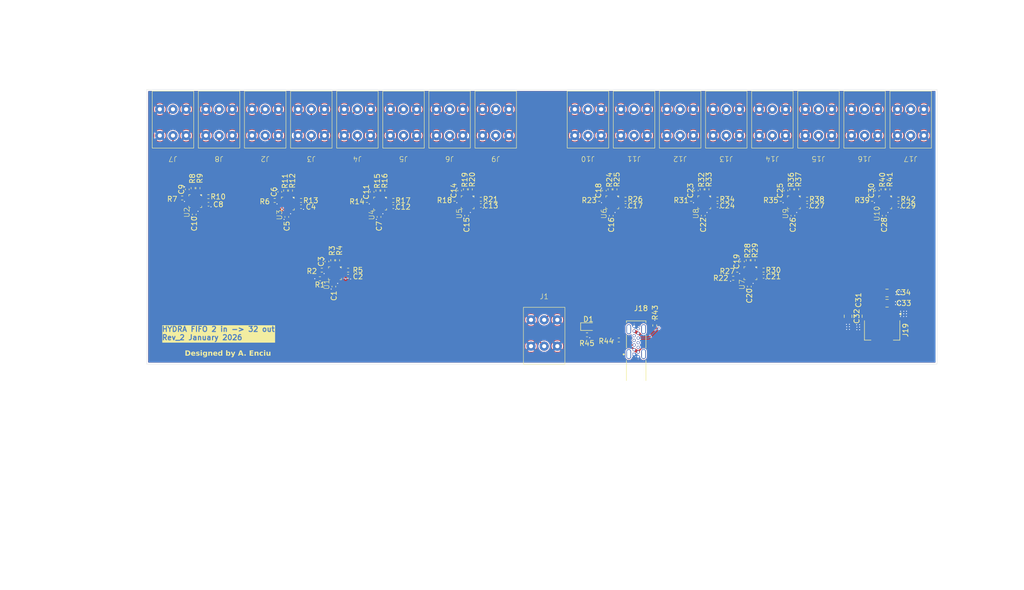
<source format=kicad_pcb>
(kicad_pcb (version 20241229) (generator "pcbnew") (generator_version "9.0")
  (title_block (title "16 Channels Clock Buffer") (date "2025-01-09") (rev "REV 0") (company "TU Darmstadt") (comment 1 "Author: Dr. Alexandru Enciu") (comment 4 "AISLER Project ID: RAZHSHPA"))
  (layers (0 "F.Cu" signal) (2 "B.Cu" signal) (13 "F.Paste" user) (15 "B.Paste" user) (5 "F.SilkS" user "F.Silkscreen") (7 "B.SilkS" user "B.Silkscreen") (1 "F.Mask" user) (3 "B.Mask" user) (25 "Edge.Cuts" user))
  (net 0 "")
  (net 1 "GND")
  (net 2 "+3.3V")
  (net 3 "Net-(U1-CLK_OUT1)")
  (net 4 "Net-(U1-CLK_OUT2)")
  (net 5 "Net-(U1-CLK_OUT3)")
  (net 6 "Net-(U1-CLK_OUT4)")
  (net 7 "Net-(U2-CLK_OUT1)")
  (net 8 "Net-(U2-CLK_OUT2)")
  (net 9 "Net-(U2-CLK_OUT3)")
  (net 10 "Net-(U2-CLK_OUT4)")
  (net 11 "Net-(U3-CLK_OUT1)")
  (net 12 "Net-(U3-CLK_OUT2)")
  (net 13 "Net-(U3-CLK_OUT3)")
  (net 14 "Net-(U3-CLK_OUT4)")
  (net 15 "Net-(U4-CLK_OUT1)")
  (net 16 "Net-(U4-CLK_OUT2)")
  (net 17 "Net-(U4-CLK_OUT3)")
  (net 18 "Net-(U4-CLK_OUT4)")
  (net 19 "Net-(U5-CLK_OUT1)")
  (net 20 "Net-(U5-CLK_OUT2)")
  (net 21 "Net-(U5-CLK_OUT3)")
  (net 22 "Net-(U5-CLK_OUT4)")
  (net 23 "Net-(U6-CLK_OUT1)")
  (net 24 "Net-(U6-CLK_OUT2)")
  (net 25 "Net-(U6-CLK_OUT3)")
  (net 26 "Net-(U6-CLK_OUT4)")
  (net 27 "Net-(U7-CLK_OUT1)")
  (net 28 "Net-(U7-CLK_OUT2)")
  (net 29 "Net-(U7-CLK_OUT3)")
  (net 30 "Net-(U7-CLK_OUT4)")
  (net 31 "Net-(U8-CLK_OUT1)")
  (net 32 "Net-(U8-CLK_OUT2)")
  (net 33 "Net-(U8-CLK_OUT3)")
  (net 34 "Net-(U8-CLK_OUT4)")
  (net 35 "Net-(U9-CLK_OUT1)")
  (net 36 "Net-(U9-CLK_OUT2)")
  (net 37 "Net-(U9-CLK_OUT3)")
  (net 38 "Net-(U9-CLK_OUT4)")
  (net 39 "Net-(U10-CLK_OUT1)")
  (net 40 "Net-(U10-CLK_OUT2)")
  (net 41 "Net-(U10-CLK_OUT3)")
  (net 42 "Net-(U10-CLK_OUT4)")
  (net 43 "/Heimtime")
  (net 44 "/MasterTrigger")
  (net 45 "/Heimtime_B/ClK_Out2")
  (net 46 "/Heimtime_B/ClK_Out1")
  (net 47 "/Heimtime_B/ClK_Out3")
  (net 48 "/Heimtime_B/ClK_Out4")
  (net 49 "/Heimtime_C/ClK_Out2")
  (net 50 "/Heimtime_C/ClK_Out1")
  (net 51 "/Heimtime_C/ClK_Out3")
  (net 52 "/Heimtime_C/ClK_Out4")
  (net 53 "/Heimtime_D/ClK_Out1")
  (net 54 "/Heimtime_D/ClK_Out2")
  (net 55 "/Heimtime_A/ClK_Out2")
  (net 56 "/Heimtime_A/ClK_Out1")
  (net 57 "/Heimtime_A/ClK_Out4")
  (net 58 "/Heimtime_A/ClK_Out3")
  (net 59 "/Heimtime_D/ClK_Out4")
  (net 60 "/Heimtime_D/ClK_Out3")
  (net 61 "/MasterTrigger_A/ClK_Out1")
  (net 62 "/MasterTrigger_A/ClK_Out2")
  (net 63 "/MasterTrigger_A/ClK_Out4")
  (net 64 "/MasterTrigger_A/ClK_Out3")
  (net 65 "/MasterTrigger_B/ClK_Out1")
  (net 66 "/MasterTrigger_B/ClK_Out2")
  (net 67 "/MasterTrigger_B/ClK_Out4")
  (net 68 "/MasterTrigger_B/ClK_Out3")
  (net 69 "/MasterTrigger_C/ClK_Out1")
  (net 70 "/MasterTrigger_C/ClK_Out2")
  (net 71 "/MasterTrigger_C/ClK_Out3")
  (net 72 "/MasterTrigger_C/ClK_Out4")
  (net 73 "/MasterTrigger_D/ClK_Out1")
  (net 74 "/MasterTrigger_D/ClK_Out2")
  (net 75 "/MasterTrigger_D/ClK_Out4")
  (net 76 "/MasterTrigger_D/ClK_Out3")
  (net 77 "/Heimtime/ClK_Out1")
  (net 78 "/Heimtime/ClK_Out2")
  (net 79 "/Heimtime/ClK_Out3")
  (net 80 "/Heimtime/ClK_Out4")
  (net 81 "/MasterTrigger/ClK_Out1")
  (net 82 "/MasterTrigger/ClK_Out2")
  (net 83 "/MasterTrigger/ClK_Out3")
  (net 84 "/MasterTrigger/ClK_Out4")
  (net 85 "/Heimtime/Signaling")
  (net 86 "/Heimtime_A/Signaling")
  (net 87 "/Heimtime_B/Signaling")
  (net 88 "/Heimtime_C/Signaling")
  (net 89 "/Heimtime_D/Signaling")
  (net 90 "/MasterTrigger_A/Signaling")
  (net 91 "/MasterTrigger/Signaling")
  (net 92 "/MasterTrigger_B/Signaling")
  (net 93 "/MasterTrigger_C/Signaling")
  (net 94 "/MasterTrigger_D/Signaling")
  (net 95 "+5V")
  (net 99 "Net-(J18-CC2)")
  (net 104 "Net-(J18-CC1)")
  (net 106 "Net-(D1-K)")
  (footprint "Capacitor_SMD:C_0402_1005Metric" (layer "F.Cu") (at 129.11 65.53 -90)
    (property "Reference" "C14")
    (property "Value" "10nF")
  )
  (footprint "Capacitor_SMD:C_0402_1005Metric" (layer "F.Cu") (at 183.63 79.21 -90)
    (property "Reference" "C19")
    (property "Value" "10nF")
  )
  (footprint "Resistor_SMD:R_0402_1005Metric" (layer "F.Cu") (at 107.615 80.875001)
    (property "Reference" "R5")
    (property "Value" "33")
  )
  (footprint "Capacitor_SMD:C_0402_1005Metric" (layer "F.Cu") (at 209.6275 65.53 -90)
    (property "Reference" "C30")
    (property "Value" "10nF")
  )
  (footprint "Resistor_SMD:R_0402_1005Metric" (layer "F.Cu") (at 159.065 65.29 90)
    (property "Reference" "R25")
    (property "Value" "33")
  )
  (footprint "Resistor_SMD:R_0402_1005Metric" (layer "F.Cu") (at 93.455 67.433096 180)
    (property "Reference" "R6")
    (property "Value" "33")
  )
  (footprint "0_lib:LEMO-EPY.00.250.NTN" (layer "F.Cu") (at 216.08 54.91 180)
    (property "Reference" "J17")
    (property "Value" "epy_00_250_ntn")
  )
  (footprint "0_lib:5PB1214CMGK8" (layer "F.Cu") (at 130.655 67.795 90)
    (property "Reference" "U5")
    (property "Value" "5PB1214CMGK8" (hide yes))
  )
  (footprint "Capacitor_SMD:C_0402_1005Metric" (layer "F.Cu") (at 196.115 68.395 180)
    (property "Reference" "C27")
    (property "Value" "10nF")
  )
  (footprint "Resistor_SMD:R_0402_1005Metric" (layer "F.Cu") (at 178.83 67.195)
    (property "Reference" "R34")
    (property "Value" "33")
  )
  (footprint "Capacitor_SMD:C_0402_1005Metric" (layer "F.Cu") (at 213.7175 68.395 180)
    (property "Reference" "C29")
    (property "Value" "10nF")
  )
  (footprint "LED_SMD:LED_0603_1608Metric" (layer "F.Cu") (at 153.93 91.78)
    (property "Reference" "D1")
    (property "Value" "LED")
  )
  (footprint "Resistor_SMD:R_0402_1005Metric" (layer "F.Cu") (at 166.73 91.55 90)
    (property "Reference" "R43")
    (property "Value" "5k1")
  )
  (footprint "Capacitor_SMD:C_0402_1005Metric" (layer "F.Cu") (at 116.325 68.633096 180)
    (property "Reference" "C12")
    (property "Value" "10nF")
  )
  (footprint "Resistor_SMD:R_0402_1005Metric" (layer "F.Cu") (at 113.355 65.528096 90)
    (property "Reference" "R15")
    (property "Value" "33")
  )
  (footprint "Resistor_SMD:R_0402_1005Metric" (layer "F.Cu") (at 130.23 65.29 90)
    (property "Reference" "R19")
    (property "Value" "33")
  )
  (footprint "0_lib:LEMO-EPY.00.250.NTN" (layer "F.Cu") (at 189.41 54.91 180)
    (property "Reference" "J14")
    (property "Value" "epy_00_250_ntn")
  )
  (footprint "Resistor_SMD:R_0402_1005Metric" (layer "F.Cu") (at 185.69 78.97 90)
    (property "Reference" "R29")
    (property "Value" "33")
  )
  (footprint "0_lib:5PB1214CMGK8" (layer "F.Cu") (at 78.145 67.556905 90)
    (property "Reference" "U2")
    (property "Value" "5PB1214CMGK8" (hide yes))
  )
  (footprint "0_lib:5PB1214CMGK8" (layer "F.Cu") (at 211.1725 67.795 90)
    (property "Reference" "U10")
    (property "Value" "5PB1214CMGK8" (hide yes))
  )
  (footprint "0_lib:LEMO-EPY.00.250.NTN" (layer "F.Cu") (at 180.52 54.91 180)
    (property "Reference" "J13")
    (property "Value" "epy_00_250_ntn")
  )
  (footprint "Capacitor_SMD:C_0402_1005Metric" (layer "F.Cu") (at 98.535 68.633096 180)
    (property "Reference" "C4")
    (property "Value" "10nF")
  )
  (footprint "Resistor_SMD:R_0402_1005Metric" (layer "F.Cu") (at 102.17 82.53 180)
    (property "Reference" "R1")
    (property "Value" "10k")
  )
  (footprint "0_lib:LEMO-EPY.00.250.NTN" (layer "F.Cu") (at 153.85 54.91 180)
    (property "Reference" "J10")
    (property "Value" "epy_00_250_ntn")
  )
  (footprint "Resistor_SMD:R_0402_1005Metric" (layer "F.Cu") (at 182.64 80.875 180)
    (property "Reference" "R27")
    (property "Value" "33")
  )
  (footprint "Resistor_SMD:R_0402_1005Metric" (layer "F.Cu") (at 158.125 65.29 90)
    (property "Reference" "R24")
    (property "Value" "33")
  )
  (footprint "Resistor_SMD:R_0402_1005Metric" (layer "F.Cu") (at 159.8 94.35 180)
    (property "Reference" "R44")
    (property "Value" "5k1")
  )
  (footprint "Capacitor_SMD:C_0402_1005Metric" (layer "F.Cu") (at 94.445 65.768096 -90)
    (property "Reference" "C6")
    (property "Value" "10nF")
  )
  (footprint "Capacitor_SMD:C_0402_1005Metric" (layer "F.Cu") (at 178.83 68.395 180)
    (property "Reference" "C24")
    (property "Value" "10nF")
  )
  (footprint "Resistor_SMD:R_0402_1005Metric" (layer "F.Cu") (at 78.66 65.051905 90)
    (property "Reference" "R9")
    (property "Value" "33")
  )
  (footprint "Resistor_SMD:R_0402_1005Metric" (layer "F.Cu") (at 181.86 82.44 180)
    (property "Reference" "R22")
    (property "Value" "10k")
  )
  (footprint "Resistor_SMD:R_0402_1005Metric" (layer "F.Cu") (at 193.145 65.29 90)
    (property "Reference" "R36")
    (property "Value" "33")
  )
  (footprint "Resistor_SMD:R_0402_1005Metric" (layer "F.Cu") (at 208.6375 67.195 180)
    (property "Reference" "R39")
    (property "Value" "33")
  )
  (footprint "Capacitor_SMD:C_0402_1005Metric" (layer "F.Cu") (at 158.345 70.37 90)
    (property "Reference" "C16")
    (property "Value" "10nF")
  )
  (footprint "Capacitor_SMD:C_0402_1005Metric" (layer "F.Cu") (at 176.08 70.37 90)
    (property "Reference" "C22")
    (property "Value" "10nF")
  )
  (footprint "Resistor_SMD:R_0402_1005Metric" (layer "F.Cu") (at 213.7175 67.195)
    (property "Reference" "R42")
    (property "Value" "33")
  )
  (footprint "Capacitor_SMD:C_0402_1005Metric" (layer "F.Cu") (at 161.095 68.395 180)
    (property "Reference" "C17")
    (property "Value" "10nF")
  )
  (footprint "0_lib:LEMO-EPY.00.250.NTN" (layer "F.Cu") (at 118.29 54.91 180)
    (property "Reference" "J5")
    (property "Value" "epy_00_250_ntn")
  )
  (footprint "Capacitor_SMD:C_0402_1005Metric" (layer "F.Cu") (at 193.365 70.37 90)
    (property "Reference" "C26")
    (property "Value" "10nF")
  )
  (footprint "Capacitor_SMD:C_0402_1005Metric" (layer "F.Cu") (at 174.74 65.53 -90)
    (property "Reference" "C23")
    (property "Value" "10nF")
  )
  (footprint "Resistor_SMD:R_0402_1005Metric" (layer "F.Cu") (at 75.61 66.956905 180)
    (property "Reference" "R7")
    (property "Value" "33")
  )
  (footprint "0_lib:LEMO-EPY.00.250.NTN" (layer "F.Cu") (at 100.51 54.91 180)
    (property "Reference" "J3")
    (property "Value" "epy_00_250_ntn")
  )
  (footprint "Capacitor_SMD:C_0402_1005Metric" (layer "F.Cu") (at 133.2 68.395 180)
    (property "Reference" "C13")
    (property "Value" "10nF")
  )
  (footprint "Resistor_SMD:R_0402_1005Metric" (layer "F.Cu") (at 153.67 93.365)
    (property "Reference" "R45")
    (property "Value" "5k1")
  )
  (footprint "Resistor_SMD:R_0402_1005Metric" (layer "F.Cu") (at 211.6875 65.29 90)
    (property "Reference" "R41")
    (property "Value" "33")
  )
  (footprint "Resistor_SMD:R_0402_1005Metric" (layer "F.Cu") (at 116.325 67.433096)
    (property "Reference" "R17")
    (property "Value" "33")
  )
  (footprint "0_lib:5PB1214CMGK8" (layer "F.Cu") (at 185.175 81.475 90)
    (property "Reference" "U7")
    (property "Value" "5PB1214CMGK8" (hide yes))
  )
  (footprint "Resistor_SMD:R_0402_1005Metric" (layer "F.Cu") (at 176.8 65.29 90)
    (property "Reference" "R33")
    (property "Value" "33")
  )
  (footprint "0_lib:LEMO-EPY.00.250.NTN" (layer "F.Cu") (at 73.84 54.91 180)
    (property "Reference" "J7")
    (property "Value" "epy_00_250_ntn")
  )
  (footprint "Capacitor_SMD:C_0805_2012Metric" (layer "F.Cu") (at 204 89.78 -90)
    (property "Reference" "C32")
    (property "Value" "C_Small")
  )
  (footprint "Capacitor_SMD:C_0805_2012Metric" (layer "F.Cu") (at 211.51 85.28)
    (property "Reference" "C34")
    (property "Value" "C_Small")
  )
  (footprint "0_lib:LEMO-EPY.00.250.NTN" (layer "F.Cu") (at 207.19 54.91 180)
    (property "Reference" "J16")
    (property "Value" "epy_00_250_ntn")
  )
  (footprint "Resistor_SMD:R_0402_1005Metric" (layer "F.Cu") (at 161.095 67.195)
    (property "Reference" "R26")
    (property "Value" "33")
  )
  (footprint "0_lib:LEMO-EPY.00.250.NTN" (layer "F.Cu") (at 198.3 54.91 180)
    (property "Reference" "J15")
    (property "Value" "epy_00_250_ntn")
  )
  (footprint "Capacitor_SMD:C_0402_1005Metric" (layer "F.Cu") (at 104.865 84.050001 90)
    (property "Reference" "C1")
    (property "Value" "10nF")
  )
  (footprint "Capacitor_SMD:C_0402_1005Metric" (layer "F.Cu") (at 103.525 79.210001 -90)
    (property "Reference" "C3")
    (property "Value" "10nF")
  )
  (footprint "Resistor_SMD:R_0402_1005Metric" (layer "F.Cu") (at 191.035 67.195 180)
    (property "Reference" "R35")
    (property "Value" "33")
  )
  (footprint "Resistor_SMD:R_0402_1005Metric" (layer "F.Cu") (at 102.535 80.875001 180)
    (property "Reference" "R2")
    (property "Value" "33")
  )
  (footprint "Capacitor_SMD:C_0402_1005Metric" (layer "F.Cu") (at 192.025 65.53 -90)
    (property "Reference" "C25")
    (property "Value" "10nF")
  )
  (footprint "Capacitor_SMD:C_0402_1005Metric" (layer "F.Cu") (at 130.45 70.37 90)
    (property "Reference" "C15")
    (property "Value" "10nF")
  )
  (footprint "0_lib:LEMO-EPY.00.250.NTN" (layer "F.Cu") (at 145.41 90.47)
    (property "Reference" "J1")
    (property "Value" "epy_00_250_ntn")
  )
  (footprint "Capacitor_SMD:C_0402_1005Metric" (layer "F.Cu") (at 210.9675 70.37 90)
    (property "Reference" "C28")
    (property "Value" "10nF")
  )
  (footprint "Resistor_SMD:R_0402_1005Metric" (layer "F.Cu") (at 98.535 67.433096)
    (property "Reference" "R13")
    (property "Value" "33")
  )
  (footprint "Capacitor_SMD:C_0402_1005Metric" (layer "F.Cu") (at 107.615 82.075001 180)
    (property "Reference" "C2")
    (property "Value" "10nF")
  )
  (footprint "Resistor_SMD:R_0402_1005Metric" (layer "F.Cu") (at 77.72 65.051905 90)
    (property "Reference" "R8")
    (property "Value" "33")
  )
  (footprint "0_lib:LEMO-EPY.00.250.NTN" (layer "F.Cu") (at 171.63 54.91 180)
    (property "Reference" "J12")
    (property "Value" "epy_00_250_ntn")
  )
  (footprint "0_lib:LEMO-EPY.00.250.NTN" (layer "F.Cu") (at 162.74 54.91 180)
    (property "Reference" "J11")
    (property "Value" "epy_00_250_ntn")
  )
  (footprint "Resistor_SMD:R_0402_1005Metric" (layer "F.Cu") (at 105.585 78.970001 90)
    (property "Reference" "R4")
    (property "Value" "33")
  )
  (footprint "Capacitor_SMD:C_0402_1005Metric" (layer "F.Cu") (at 187.72 82.075 180)
    (property "Reference" "C21")
    (property "Value" "10nF")
  )
  (footprint "Resistor_SMD:R_0402_1005Metric" (layer "F.Cu") (at 187.72 80.875)
    (property "Reference" "R30")
    (property "Value" "33")
  )
  (footprint "Resistor_SMD:R_0402_1005Metric" (layer "F.Cu") (at 173.75 67.195 180)
    (property "Reference" "R31")
    (property "Value" "33")
  )
  (footprint "Resistor_SMD:R_0402_1005Metric" (layer "F.Cu") (at 114.295 65.528096 90)
    (property "Reference" "R16")
    (property "Value" "33")
  )
  (footprint "0_lib:LEMO-EPY.00.250.NTN" (layer "F.Cu") (at 91.62 54.91 180)
    (property "Reference" "J2")
    (property "Value" "epy_00_250_ntn")
  )
  (footprint "Capacitor_SMD:C_0402_1005Metric" (layer "F.Cu") (at 184.97 84.05 90)
    (property "Reference" "C20")
    (property "Value" "10nF")
  )
  (footprint "0_lib:LEMO-EPY.00.250.NTN" (layer "F.Cu") (at 109.4 54.91 180)
    (property "Reference" "J4")
    (property "Value" "epy_00_250_ntn")
  )
  (footprint "0_lib:5PB1214CMGK8" (layer "F.Cu") (at 95.99 68.033096 90)
    (property "Reference" "U3")
    (property "Value" "5PB1214CMGK8" (hide yes))
  )
  (footprint "Resistor_SMD:R_0402_1005Metric" (layer "F.Cu") (at 128.12 67.195 180)
    (property "Reference" "R18")
    (property "Value" "33")
  )
  (footprint "Resistor_SMD:R_0402_1005Metric" (layer "F.Cu") (at 210.7475 65.29 90)
    (property "Reference" "R40")
    (property "Value" "33")
  )
  (footprint "0_lib:SAMESKY_UJ20-C-R-G-TH-P14" (layer "F.Cu") (at 163.15 97.93)
    (property "Reference" "J18")
    (property "Value" "UJ20-C-R-G-TH-P14")
  )
  (footprint "Resistor_SMD:R_0402_1005Metric" (layer "F.Cu") (at 184.75 78.97 90)
    (property "Reference" "R28")
    (property "Value" "33")
  )
  (footprint "0_lib:5PB1214CMGK8" (layer "F.Cu") (at 158.55 67.795 90)
    (property "Reference" "U6")
    (property "Value" "5PB1214CMGK8" (hide yes))
  )
  (footprint "Capacitor_SMD:C_0402_1005Metric" (layer "F.Cu") (at 112.235 65.768096 -90)
    (property "Reference" "C11")
    (property "Value" "10nF")
  )
  (footprint "0_lib:LEMO-EPY.00.250.NTN" (layer "F.Cu") (at 82.73 54.91 180)
    (property "Reference" "J8")
    (property "Value" "epy_00_250_ntn")
  )
  (footprint "0_lib:5PB1214CMGK8" (layer "F.Cu") (at 193.57 67.795 90)
    (property "Reference" "U9")
    (property "Value" "5PB1214CMGK8" (hide yes))
  )
  (footprint "0_lib:5PB1214CMGK8" (layer "F.Cu") (at 113.78 68.033096 90)
    (property "Reference" "U4")
    (property "Value" "5PB1214CMGK8" (hide yes))
  )
  (footprint "Resistor_SMD:R_0402_1005Metric" (layer "F.Cu") (at 175.86 65.29 90)
    (property "Reference" "R32")
    (property "Value" "33")
  )
  (footprint "Resistor_SMD:R_0402_1005Metric" (layer "F.Cu") (at 194.085 65.29 90)
    (property "Reference" "R37")
    (property "Value" "33")
  )
  (footprint "Resistor_SMD:R_0402_1005Metric" (layer "F.Cu") (at 104.645 78.970001 90)
    (property "Reference" "R3")
    (property "Value" "33")
  )
  (footprint "Capacitor_SMD:C_0402_1005Metric" (layer "F.Cu") (at 157.005 65.53 -90)
    (property "Reference" "C18")
    (property "Value" "10nF")
  )
  (footprint "0_lib:5PB1214CMGK8" (layer "F.Cu") (at 105.07 81.475001 90)
    (property "Reference" "U1")
    (property "Value" "5PB1214CMGK8" (hide yes))
  )
  (footprint "Resistor_SMD:R_0402_1005Metric" (layer "F.Cu") (at 95.565 65.528096 90)
    (property "Reference" "R11")
    (property "Value" "33")
  )
  (footprint "Resistor_SMD:R_0402_1005Metric" (layer "F.Cu") (at 156.015 67.195 180)
    (property "Reference" "R23")
    (property "Value" "33")
  )
  (footprint "0_lib:LEMO-EPY.00.250.NTN" (layer "F.Cu") (at 127.18 54.91 180)
    (property "Reference" "J6")
    (property "Value" "epy_00_250_ntn")
  )
  (footprint "Capacitor_SMD:C_0805_2012Metric" (layer "F.Cu") (at 211.52 87.27)
    (property "Reference" "C33")
    (property "Value" "C_Small")
  )
  (footprint "Capacitor_SMD:C_0402_1005Metric" (layer "F.Cu") (at 77.94 70.131905 90)
    (property "Reference" "C10")
    (property "Value" "10nF")
  )
  (footprint "Package_TO_SOT_SMD:SOT-223" (layer "F.Cu") (at 210.5725 92.47 -90)
    (property "Reference" "J19")
    (property "Value" "NCP1117LPST33T3G")
  )
  (footprint "Resistor_SMD:R_0402_1005Metric" (layer "F.Cu") (at 80.67 66.7)
    (property "Reference" "R10")
    (property "Value" "33")
  )
  (footprint "Resistor_SMD:R_0402_1005Metric" (layer "F.Cu") (at 196.115 67.195)
    (property "Reference" "R38")
    (property "Value" "33")
  )
  (footprint "Capacitor_SMD:C_0805_2012Metric" (layer "F.Cu") (at 205.98 89.77 -90)
    (property "Reference" "C31")
    (property "Value" "C_Small")
  )
  (footprint "0_lib:LEMO-EPY.00.250.NTN" (layer "F.Cu") (at 136.07 54.91 180)
    (property "Reference" "J9")
    (property "Value" "epy_00_250_ntn")
  )
  (footprint "Capacitor_SMD:C_0402_1005Metric" (layer "F.Cu") (at 113.575 70.608096 90)
    (property "Reference" "C7")
    (property "Value" "10nF")
  )
  (footprint "0_lib:5PB1214CMGK8" (layer "F.Cu") (at 176.285 67.795 90)
    (property "Reference" "U8")
    (property "Value" "5PB1214CMGK8" (hide yes))
  )
  (footprint "Resistor_SMD:R_0402_1005Metric" (layer "F.Cu") (at 131.17 65.29 90)
    (property "Reference" "R20")
    (property "Value" "33")
  )
  (footprint "Capacitor_SMD:C_0402_1005Metric" (layer "F.Cu") (at 95.785 70.608096 90)
    (property "Reference" "C5")
    (property "Value" "10nF")
  )
  (footprint "Resistor_SMD:R_0402_1005Metric" (layer "F.Cu") (at 133.2 67.195)
    (property "Reference" "R21")
    (property "Value" "33")
  )
  (footprint "Resistor_SMD:R_0402_1005Metric" (layer "F.Cu") (at 96.505 65.528096 90)
    (property "Reference" "R12")
    (property "Value" "33")
  )
  (footprint "Resistor_SMD:R_0402_1005Metric" (layer "F.Cu") (at 111.245 67.433096 180)
    (property "Reference" "R14")
    (property "Value" "33")
  )
  (footprint "Capacitor_SMD:C_0402_1005Metric" (layer "F.Cu") (at 80.69 68.156905 180)
    (property "Reference" "C8")
    (property "Value" "10nF")
  )
  (footprint "Capacitor_SMD:C_0402_1005Metric" (layer "F.Cu") (at 76.6 65.291905 -90)
    (property "Reference" "C9")
    (property "Value" "10nF")
  )
  (gr_rect (start 205.53 90.71) (end 206.42 92.55) (stroke (width 0.2)) (fill yes) (layer "F.Cu") (net 1))
  (gr_line (start 162.76 96.22) (end 163.541 96.68) (stroke (width 0.6)) (layer "F.Cu") (net 95))
  (gr_rect (start 212.93 88.65) (end 215.48 89.97) (stroke (width 0.2)) (fill yes) (layer "F.Cu") (net 1))
  (gr_rect (start 203.57 90.64) (end 204.46 92.48) (stroke (width 0.2)) (fill yes) (layer "F.Cu") (net 1))
  (gr_rect (start 212.48 86.82) (end 214.32 87.71) (stroke (width 0.2)) (fill yes) (layer "F.Cu") (net 1))
  (gr_rect (start 212.55 84.84) (end 214.39 85.73) (stroke (width 0.2)) (fill yes) (layer "F.Cu") (net 1))
  (gr_line (start 162.76 92.62) (end 163.55 93.07) (stroke (width 0.6)) (layer "F.Cu") (net 95))
  (gr_rect (start 164.18 93.63) (end 165.84 95.89) (stroke (width 0.2)) (fill yes) (layer "F.Cu") (net 95))
  (gr_rect (start 68.76 46.02) (end 221.16 99.02) (stroke (width 0.05)) (fill no) (layer "Edge.Cuts"))
  (gr_text "HYDRA FIFO 2 in -> 32 out\nRev_2 January 2026" (at 71.62 94.46 0) (layer "F.SilkS" knockout) (effects (font (size 1 1) (thickness 0.2) (bold yes)) (justify left bottom)))
  (gr_text "Designed by A. Enciu" (at 76.11 97.56 0) (layer "F.SilkS") (effects (font (size 1 1) (thickness 0.2) (bold yes) (italic yes)) (justify left bottom)))
  (segment (start 177.35 66.67) (end 177.36 66.68) (width 0.2) (layer "F.Cu") (net 1))
  (segment (start 159.15 66.67) (end 159.615 66.67) (width 0.2) (layer "F.Cu") (net 1))
  (segment (start 128.57 67.865) (end 128.829628 67.865) (width 0.2) (layer "F.Cu") (net 1))
  (segment (start 129.11 65.05) (end 128.59 65.05) (width 0.4) (layer "F.Cu") (net 1))
  (segment (start 113.575 71.088096) (end 113.055 71.088096) (width 0.4) (layer "F.Cu") (net 1))
  (segment (start 158.76 94.35) (end 158.75 94.36) (width 0.1) (layer "F.Cu") (net 1))
  (segment (start 194.17 66.67) (end 194.635 66.67) (width 0.2) (layer "F.Cu") (net 1))
  (segment (start 78.673419 69.518486) (end 78.345 69.190067) (width 0.2) (layer "F.Cu") (net 1))
  (segment (start 131.183419 69.756581) (end 130.855 69.428162) (width 0.2) (layer "F.Cu") (net 1))
  (segment (start 174.729628 67.595) (end 175.16 67.595) (width 0.2) (layer "F.Cu") (net 1))
  (segment (start 128.829628 67.865) (end 129.099628 67.595) (width 0.2) (layer "F.Cu") (net 1))
  (segment (start 174.2 67.865) (end 174.459628 67.865) (width 0.2) (layer "F.Cu") (net 1))
  (segment (start 102.985 81.545001) (end 103.018604 81.578605) (width 0.2) (layer "F.Cu") (net 1))
  (segment (start 94.164628 68.103096) (end 94.434628 67.833096) (width 0.2) (layer "F.Cu") (net 1))
  (segment (start 96.19 69.666258) (end 96.19 69.158096) (width 0.2) (layer "F.Cu") (net 1))
  (segment (start 156.465 67.865) (end 156.498604 67.898604) (width 0.2) (layer "F.Cu") (net 1))
  (segment (start 184.97 84.53) (end 184.45 84.53) (width 0.4) (layer "F.Cu") (net 1))
  (segment (start 183.09 81.545) (end 183.123604 81.578604) (width 0.2) (layer "F.Cu") (net 1))
  (segment (start 157.005 65.05) (end 156.485 65.05) (width 0.4) (layer "F.Cu") (net 1))
  (segment (start 158.75 69.428162) (end 158.75 68.92) (width 0.2) (layer "F.Cu") (net 1))
  (segment (start 130.45 70.85) (end 129.93 70.85) (width 0.4) (layer "F.Cu") (net 1))
  (segment (start 95.785 71.088096) (end 95.265 71.088096) (width 0.4) (layer "F.Cu") (net 1))
  (segment (start 158.345 70.85) (end 157.825 70.85) (width 0.4) (layer "F.Cu") (net 1))
  (segment (start 76.06 67.626905) (end 76.093604 67.660509) (width 0.2) (layer "F.Cu") (net 1))
  (segment (start 96.518419 69.994677) (end 96.19 69.666258) (width 0.2) (layer "F.Cu") (net 1))
  (segment (start 183.63 78.73) (end 183.11 78.73) (width 0.4) (layer "F.Cu") (net 1))
  (segment (start 94.434628 67.833096) (end 94.865 67.833096) (width 0.2) (layer "F.Cu") (net 1))
  (segment (start 209.6275 65.05) (end 209.1075 65.05) (width 0.4) (layer "F.Cu") (net 1))
  (segment (start 154.18 93.915) (end 154.19 93.925) (width 0.245) (layer "F.Cu") (net 1))
  (segment (start 194.098419 69.756581) (end 193.77 69.428162) (width 0.2) (layer "F.Cu") (net 1))
  (segment (start 101.66 82.53) (end 101.18 82.53) (width 0.4) (layer "F.Cu") (net 1))
  (segment (start 193.77 69.428162) (end 193.77 68.92) (width 0.2) (layer "F.Cu") (net 1))
  (segment (start 214.1975 68.395) (end 214.1975 68.91) (width 0.4) (layer "F.Cu") (net 1))
  (segment (start 176.885 66.67) (end 177.35 66.67) (width 0.2) (layer "F.Cu") (net 1))
  (segment (start 209.617128 67.595) (end 210.0475 67.595) (width 0.2) (layer "F.Cu") (net 1))
  (segment (start 166.73 91.04) (end 166.73 90.54) (width 0.5) (layer "F.Cu") (net 1))
  (segment (start 108.095 82.075001) (end 108.095 82.590001) (width 0.4) (layer "F.Cu") (net 1))
  (segment (start 192.025 65.05) (end 191.505 65.05) (width 0.4) (layer "F.Cu") (net 1))
  (segment (start 188.2 82.075) (end 188.2 82.59) (width 0.4) (layer "F.Cu") (net 1))
  (segment (start 114.845 66.908096) (end 114.855 66.918096) (width 0.2) (layer "F.Cu") (net 1))
  (segment (start 196.595 68.395) (end 196.595 68.91) (width 0.4) (layer "F.Cu") (net 1))
  (segment (start 183.349628 81.545) (end 183.619628 81.275) (width 0.2) (layer "F.Cu") (net 1))
  (segment (start 211.700919 69.756581) (end 211.3725 69.428162) (width 0.2) (layer "F.Cu") (net 1))
  (segment (start 174.459628 67.865) (end 174.729628 67.595) (width 0.2) (layer "F.Cu") (net 1))
  (segment (start 76.6 64.811905) (end 76.08 64.811905) (width 0.4) (layer "F.Cu") (net 1))
  (segment (start 174.2 67.865) (end 174.233604 67.898604) (width 0.2) (layer "F.Cu") (net 1))
  (segment (start 181.35 82.44) (end 181.35 83.01) (width 0.4) (layer "F.Cu") (net 1))
  (segment (start 183.09 81.545) (end 183.349628 81.545) (width 0.2) (layer "F.Cu") (net 1))
  (segment (start 99.015 68.633096) (end 99.015 69.148096) (width 0.4) (layer "F.Cu") (net 1))
  (segment (start 211.3725 69.428162) (end 211.3725 68.92) (width 0.2) (layer "F.Cu") (net 1))
  (segment (start 103.018604 81.578605) (end 103.211024 81.578605) (width 0.2) (layer "F.Cu") (net 1))
  (segment (start 176.485 69.428162) (end 176.485 68.92) (width 0.2) (layer "F.Cu") (net 1))
  (segment (start 78.745 66.431905) (end 79.21 66.431905) (width 0.2) (layer "F.Cu") (net 1))
  (segment (start 209.347128 67.865) (end 209.617128 67.595) (width 0.2) (layer "F.Cu") (net 1))
  (segment (start 104.865 84.530001) (end 104.345 84.530001) (width 0.4) (layer "F.Cu") (net 1))
  (segment (start 105.598419 83.436582) (end 105.27 83.108163) (width 0.2) (layer "F.Cu") (net 1))
  (segment (start 97.055 66.908096) (end 97.065 66.918096) (width 0.2) (layer "F.Cu") (net 1))
  (segment (start 159.29 94.35) (end 158.76 94.35) (width 0.5) (layer "F.Cu") (net 1))
  (segment (start 159.078419 69.756581) (end 158.75 69.428162) (width 0.2) (layer "F.Cu") (net 1))
  (segment (start 193.365 70.85) (end 192.845 70.85) (width 0.4) (layer "F.Cu") (net 1))
  (segment (start 179.31 68.395) (end 179.31 68.91) (width 0.4) (layer "F.Cu") (net 1))
  (segment (start 176.813419 69.756581) (end 176.485 69.428162) (width 0.2) (layer "F.Cu") (net 1))
  (segment (start 131.72 66.67) (end 131.73 66.68) (width 0.2) (layer "F.Cu") (net 1))
  (segment (start 103.211024 81.578605) (end 103.514628 81.275001) (width 0.2) (layer "F.Cu") (net 1))
  (segment (start 131.255 66.67) (end 131.72 66.67) (width 0.2) (layer "F.Cu") (net 1))
  (segment (start 96.59 66.908096) (end 97.055 66.908096) (width 0.2) (layer "F.Cu") (net 1))
  (segment (start 103.525 78.730001) (end 103.005 78.730001) (width 0.4) (layer "F.Cu") (net 1))
  (segment (start 77.94 70.611905) (end 77.42 70.611905) (width 0.4) (layer "F.Cu") (net 1))
  (segment (start 113.98 69.666258) (end 113.98 69.158096) (width 0.2) (layer "F.Cu") (net 1))
  (segment (start 93.905 68.103096) (end 94.164628 68.103096) (width 0.2) (layer "F.Cu") (net 1))
  (segment (start 105.27 83.108163) (end 105.27 82.600001) (width 0.2) (layer "F.Cu") (net 1))
  (segment (start 191.744628 67.865) (end 192.014628 67.595) (width 0.2) (layer "F.Cu") (net 1))
  (segment (start 209.0875 67.865) (end 209.121104 67.898604) (width 0.2) (layer "F.Cu") (net 1))
  (segment (start 183.619628 81.275) (end 184.05 81.275) (width 0.2) (layer "F.Cu") (net 1))
  (segment (start 194.635 66.67) (end 194.645 66.68) (width 0.2) (layer "F.Cu") (net 1))
  (segment (start 128.57 67.865) (end 128.603604 67.898604) (width 0.2) (layer "F.Cu") (net 1))
  (segment (start 185.775 80.35) (end 186.24 80.35) (width 0.2) (layer "F.Cu") (net 1))
  (segment (start 185.375 83.108162) (end 185.375 82.6) (width 0.2) (layer "F.Cu") (net 1))
  (segment (start 159.615 66.67) (end 159.625 66.68) (width 0.2) (layer "F.Cu") (net 1))
  (segment (start 156.994628 67.595) (end 157.425 67.595) (width 0.2) (layer "F.Cu") (net 1))
  (segment (start 78.345 69.190067) (end 78.345 68.681905) (width 0.2) (layer "F.Cu") (net 1))
  (segment (start 111.695 68.103096) (end 111.954628 68.103096) (width 0.2) (layer "F.Cu") (net 1))
  (segment (start 176.08 70.85) (end 175.56 70.85) (width 0.4) (layer "F.Cu") (net 1))
  (segment (start 192.014628 67.595) (end 192.445 67.595) (width 0.2) (layer "F.Cu") (net 1))
  (segment (start 79.21 66.431905) (end 79.22 66.441905) (width 0.2) (layer "F.Cu") (net 1))
  (segment (start 210.9675 70.85) (end 210.4475 70.85) (width 0.4) (layer "F.Cu") (net 1))
  (segment (start 129.099628 67.595) (end 129.53 67.595) (width 0.2) (layer "F.Cu") (net 1))
  (segment (start 93.905 68.103096) (end 93.938604 68.1367) (width 0.2) (layer "F.Cu") (net 1))
  (segment (start 191.485 67.865) (end 191.744628 67.865) (width 0.2) (layer "F.Cu") (net 1))
  (segment (start 111.954628 68.103096) (end 112.224628 67.833096) (width 0.2) (layer "F.Cu") (net 1))
  (segment (start 161.575 68.395) (end 161.575 68.91) (width 0.4) (layer "F.Cu") (net 1))
  (segment (start 156.465 67.865) (end 156.724628 67.865) (width 0.2) (layer "F.Cu") (net 1))
  (segment (start 112.224628 67.833096) (end 112.655 67.833096) (width 0.2) (layer "F.Cu") (net 1))
  (segment (start 105.67 80.350001) (end 106.135 80.350001) (width 0.2) (layer "F.Cu") (net 1))
  (segment (start 191.485 67.865) (end 191.518604 67.898604) (width 0.2) (layer "F.Cu") (net 1))
  (segment (start 212.2375 66.67) (end 212.2475 66.68) (width 0.2) (layer "F.Cu") (net 1))
  (segment (start 81.17 68.156905) (end 81.17 68.671905) (width 0.4) (layer "F.Cu") (net 1))
  (segment (start 106.135 80.350001) (end 106.145 80.360001) (width 0.2) (layer "F.Cu") (net 1))
  (segment (start 76.06 67.626905) (end 76.319628 67.626905) (width 0.2) (layer "F.Cu") (net 1))
  (segment (start 174.74 65.05) (end 174.22 65.05) (width 0.4) (layer "F.Cu") (net 1))
  (segment (start 186.24 80.35) (end 186.25 80.36) (width 0.2) (layer "F.Cu") (net 1))
  (segment (start 211.7725 66.67) (end 212.2375 66.67) (width 0.2) (layer "F.Cu") (net 1))
  (segment (start 111.695 68.103096) (end 111.728604 68.1367) (width 0.2) (layer "F.Cu") (net 1))
  (segment (start 130.855 69.428162) (end 130.855 68.92) (width 0.2) (layer "F.Cu") (net 1))
  (segment (start 116.805 68.633096) (end 116.805 69.148096) (width 0.4) (layer "F.Cu") (net 1))
  (segment (start 156.724628 67.865) (end 156.994628 67.595) (width 0.2) (layer "F.Cu") (net 1))
  (segment (start 112.235 65.288096) (end 111.715 65.288096) (width 0.4) (layer "F.Cu") (net 1))
  (segment (start 76.319628 67.626905) (end 76.589628 67.356905) (width 0.2) (layer "F.Cu") (net 1))
  (segment (start 114.308419 69.994677) (end 113.98 69.666258) (width 0.2) (layer "F.Cu") (net 1))
  (segment (start 94.445 65.288096) (end 93.925 65.288096) (width 0.4) (layer "F.Cu") (net 1))
  (segment (start 154.18 93.365) (end 154.18 93.915) (width 0.245) (layer "F.Cu") (net 1))
  (segment (start 114.38 66.908096) (end 114.845 66.908096) (width 0.2) (layer "F.Cu") (net 1))
  (segment (start 185.703419 83.436581) (end 185.375 83.108162) (width 0.2) (layer "F.Cu") (net 1))
  (segment (start 76.589628 67.356905) (end 77.02 67.356905) (width 0.2) (layer "F.Cu") (net 1))
  (segment (start 133.68 68.395) (end 133.68 68.91) (width 0.4) (layer "F.Cu") (net 1))
  (segment (start 209.0875 67.865) (end 209.347128 67.865) (width 0.2) (layer "F.Cu") (net 1))
  (segment (start 103.514628 81.275001) (end 103.945 81.275001) (width 0.2) (layer "F.Cu") (net 1))
  (via (at 156.485 65.05) (size 0.4) (drill 0.2) (layers "F.Cu" "B.Cu") (net 1))
  (via (at 213.25 85.04) (size 0.4) (drill 0.2) (layers "F.Cu" "B.Cu") (net 1))
  (via (at 175.56 70.85) (size 0.4) (drill 0.2) (layers "F.Cu" "B.Cu") (net 1))
  (via (at 133.68 68.91) (size 0.4) (drill 0.2) (layers "F.Cu" "B.Cu") (net 1))
  (via (at 188.2 82.59) (size 0.4) (drill 0.2) (layers "F.Cu" "B.Cu") (net 1))
  (via (at 128.59 65.05) (size 0.4) (drill 0.2) (layers "F.Cu" "B.Cu") (net 1))
  (via (at 214.73 89.3) (size 0.4) (drill 0.2) (layers "F.Cu" "B.Cu") (net 1))
  (via (at 214.22 85.03) (size 0.4) (drill 0.2) (layers "F.Cu" "B.Cu") (net 1))
  (via (at 183.09 81.545) (size 0.4) (drill 0.2) (layers "F.Cu" "B.Cu") (net 1))
  (via (at 174.2 67.865) (size 0.4) (drill 0.2) (layers "F.Cu" "B.Cu") (net 1))
  (via (at 203.69 91.35) (size 0.4) (drill 0.2) (layers "F.Cu" "B.Cu") (net 1))
  (via (at 213.72 85.56) (size 0.4) (drill 0.2) (layers "F.Cu" "B.Cu") (net 1))
  (via (at 205.7 91.88) (size 0.4) (drill 0.2) (layers "F.Cu" "B.Cu") (net 1))
  (via (at 176.813419 69.756581) (size 0.4) (drill 0.2) (layers "F.Cu" "B.Cu") (net 1))
  (via (at 213.62 87.48) (size 0.4) (drill 0.2) (layers "F.Cu" "B.Cu") (net 1))
  (via (at 205.65 91.42) (size 0.4) (drill 0.2) (layers "F.Cu" "B.Cu") (net 1))
  (via (at 213.7 85.04) (size 0.4) (drill 0.2) (layers "F.Cu" "B.Cu") (net 1))
  (via (at 185.703419 83.436581) (size 0.4) (drill 0.2) (layers "F.Cu" "B.Cu") (net 1))
  (via (at 203.72 92.31) (size 0.4) (drill 0.2) (layers "F.Cu" "B.Cu") (net 1))
  (via (at 93.905 68.103096) (size 0.4) (drill 0.2) (layers "F.Cu" "B.Cu") (net 1))
  (via (at 210.4475 70.85) (size 0.4) (drill 0.2) (layers "F.Cu" "B.Cu") (net 1))
  (via (at 194.645 66.68) (size 0.4) (drill 0.2) (layers "F.Cu" "B.Cu") (net 1))
  (via (at 103.005 78.730001) (size 0.4) (drill 0.2) (layers "F.Cu" "B.Cu") (net 1))
  (via (at 191.485 67.865) (size 0.4) (drill 0.2) (layers "F.Cu" "B.Cu") (net 1))
  (via (at 206.22 91.86) (size 0.4) (drill 0.2) (layers "F.Cu" "B.Cu") (net 1))
  (via (at 99.015 69.148096) (size 0.4) (drill 0.2) (layers "F.Cu" "B.Cu") (net 1))
  (via (at 79.22 66.441905) (size 0.4) (drill 0.2) (layers "F.Cu" "B.Cu") (net 1))
  (via (at 212.2475 66.68) (size 0.4) (drill 0.2) (layers "F.Cu" "B.Cu") (net 1))
  (via (at 93.925 65.288096) (size 0.4) (drill 0.2) (layers "F.Cu" "B.Cu") (net 1))
  (via (at 214.22 85.58) (size 0.4) (drill 0.2) (layers "F.Cu" "B.Cu") (net 1))
  (via (at 214.13 88.82) (size 0.4) (drill 0.2) (layers "F.Cu" "B.Cu") (net 1))
  (via (at 78.673419 69.518486) (size 0.4) (drill 0.2) (layers "F.Cu" "B.Cu") (net 1))
  (via (at 114.308419 69.994677) (size 0.4) (drill 0.2) (layers "F.Cu" "B.Cu") (net 1))
  (via (at 204.27 92.31) (size 0.4) (drill 0.2) (layers "F.Cu" "B.Cu") (net 1))
  (via (at 206.22 91.41) (size 0.4) (drill 0.2) (layers "F.Cu" "B.Cu") (net 1))
  (via (at 166.73 90.54) (size 0.4) (drill 0.2) (layers "F.Cu" "B.Cu") (net 1))
  (via (at 76.08 64.811905) (size 0.4) (drill 0.2) (layers "F.Cu" "B.Cu") (net 1))
  (via (at 161.575 68.91) (size 0.4) (drill 0.2) (layers "F.Cu" "B.Cu") (net 1))
  (via (at 128.57 67.865) (size 0.4) (drill 0.2) (layers "F.Cu" "B.Cu") (net 1))
  (via (at 215.27 88.81) (size 0.4) (drill 0.2) (layers "F.Cu" "B.Cu") (net 1))
  (via (at 191.505 65.05) (size 0.4) (drill 0.2) (layers "F.Cu" "B.Cu") (net 1))
  (via (at 213.15 86.96) (size 0.4) (drill 0.2) (layers "F.Cu" "B.Cu") (net 1))
  (via (at 204.26 91.79) (size 0.4) (drill 0.2) (layers "F.Cu" "B.Cu") (net 1))
  (via (at 203.74 91.81) (size 0.4) (drill 0.2) (layers "F.Cu" "B.Cu") (net 1))
  (via (at 215.25 89.81) (size 0.4) (drill 0.2) (layers "F.Cu" "B.Cu") (net 1))
  (via (at 159.625 66.68) (size 0.4) (drill 0.2) (layers "F.Cu" "B.Cu") (net 1))
  (via (at 211.700919 69.756581) (size 0.4) (drill 0.2) (layers "F.Cu" "B.Cu") (net 1))
  (via (at 77.42 70.611905) (size 0.4) (drill 0.2) (layers "F.Cu" "B.Cu") (net 1))
  (via (at 96.518419 69.994677) (size 0.4) (drill 0.2) (layers "F.Cu" "B.Cu") (net 1))
  (via (at 174.22 65.05) (size 0.4) (drill 0.2) (layers "F.Cu" "B.Cu") (net 1))
  (via (at 192.845 70.85) (size 0.4) (drill 0.2) (layers "F.Cu" "B.Cu") (net 1))
  (via (at 214.74 88.82) (size 0.4) (drill 0.2) (layers "F.Cu" "B.Cu") (net 1))
  (via (at 183.11 78.73) (size 0.4) (drill 0.2) (layers "F.Cu" "B.Cu") (net 1))
  (via (at 111.715 65.288096) (size 0.4) (drill 0.2) (layers "F.Cu" "B.Cu") (net 1))
  (via (at 159.078419 69.756581) (size 0.4) (drill 0.2) (layers "F.Cu" "B.Cu") (net 1))
  (via (at 205.68 92.38) (size 0.4) (drill 0.2) (layers "F.Cu" "B.Cu") (net 1))
  (via (at 209.1075 65.05) (size 0.4) (drill 0.2) (layers "F.Cu" "B.Cu") (net 1))
  (via (at 116.805 69.148096) (size 0.4) (drill 0.2) (layers "F.Cu" "B.Cu") (net 1))
  (via (at 214.11 89.82) (size 0.4) (drill 0.2) (layers "F.Cu" "B.Cu") (net 1))
  (via (at 129.93 70.85) (size 0.4) (drill 0.2) (layers "F.Cu" "B.Cu") (net 1))
  (via (at 106.145 80.360001) (size 0.4) (drill 0.2) (layers "F.Cu" "B.Cu") (net 1))
  (via (at 213.26 85.61) (size 0.4) (drill 0.2) (layers "F.Cu" "B.Cu") (net 1))
  (via (at 101.18 82.53) (size 0.4) (drill 0.2) (layers "F.Cu" "B.Cu") (net 1))
  (via (at 76.06 67.626905) (size 0.4) (drill 0.2) (layers "F.Cu" "B.Cu") (net 1))
  (via (at 111.695 68.103096) (size 0.4) (drill 0.2) (layers "F.Cu" "B.Cu") (net 1))
  (via (at 213.16 87.53) (size 0.4) (drill 0.2) (layers "F.Cu" "B.Cu") (net 1))
  (via (at 214.12 87.5) (size 0.4) (drill 0.2) (layers "F.Cu" "B.Cu") (net 1))
  (via (at 102.985 81.545001) (size 0.4) (drill 0.2) (layers "F.Cu" "B.Cu") (net 1))
  (via (at 113.055 71.088096) (size 0.4) (drill 0.2) (layers "F.Cu" "B.Cu") (net 1))
  (via (at 104.345 84.530001) (size 0.4) (drill 0.2) (layers "F.Cu" "B.Cu") (net 1))
  (via (at 209.0875 67.865) (size 0.4) (drill 0.2) (layers "F.Cu" "B.Cu") (net 1))
  (via (at 204.26 91.34) (size 0.4) (drill 0.2) (layers "F.Cu" "B.Cu") (net 1))
  (via (at 214.1975 68.91) (size 0.4) (drill 0.2) (layers "F.Cu" "B.Cu") (net 1))
  (via (at 81.17 68.671905) (size 0.4) (drill 0.2) (layers "F.Cu" "B.Cu") (net 1))
  (via (at 95.265 71.088096) (size 0.4) (drill 0.2) (layers "F.Cu" "B.Cu") (net 1))
  (via (at 194.098419 69.756581) (size 0.4) (drill 0.2) (layers "F.Cu" "B.Cu") (net 1))
  (via (at 214.72 89.82) (size 0.4) (drill 0.2) (layers "F.Cu" "B.Cu") (net 1))
  (via (at 213.6 86.96) (size 0.4) (drill 0.2) (layers "F.Cu" "B.Cu") (net 1))
  (via (at 206.23 92.38) (size 0.4) (drill 0.2) (layers "F.Cu" "B.Cu") (net 1))
  (via (at 179.31 68.91) (size 0.4) (drill 0.2) (layers "F.Cu" "B.Cu") (net 1))
  (via (at 186.25 80.36) (size 0.4) (drill 0.2) (layers "F.Cu" "B.Cu") (net 1))
  (via (at 177.36 66.68) (size 0.4) (drill 0.2) (layers "F.Cu" "B.Cu") (net 1))
  (via (at 131.73 66.68) (size 0.4) (drill 0.2) (layers "F.Cu" "B.Cu") (net 1))
  (via (at 158.75 94.36) (size 0.4) (drill 0.2) (layers "F.Cu" "B.Cu") (net 1))
  (via (at 184.45 84.53) (size 0.4) (drill 0.2) (layers "F.Cu" "B.Cu") (net 1))
  (via (at 154.19 93.925) (size 0.4) (drill 0.2) (layers "F.Cu" "B.Cu") (net 1))
  (via (at 156.465 67.865) (size 0.4) (drill 0.2) (layers "F.Cu" "B.Cu") (net 1))
  (via (at 181.35 83.01) (size 0.4) (drill 0.2) (layers "F.Cu" "B.Cu") (net 1))
  (via (at 105.598419 83.436582) (size 0.4) (drill 0.2) (layers "F.Cu" "B.Cu") (net 1))
  (via (at 196.595 68.91) (size 0.4) (drill 0.2) (layers "F.Cu" "B.Cu") (net 1))
  (via (at 131.183419 69.756581) (size 0.4) (drill 0.2) (layers "F.Cu" "B.Cu") (net 1))
  (via (at 114.855 66.918096) (size 0.4) (drill 0.2) (layers "F.Cu" "B.Cu") (net 1))
  (via (at 97.065 66.918096) (size 0.4) (drill 0.2) (layers "F.Cu" "B.Cu") (net 1))
  (via (at 214.12 89.3) (size 0.4) (drill 0.2) (layers "F.Cu" "B.Cu") (net 1))
  (via (at 215.26 89.29) (size 0.4) (drill 0.2) (layers "F.Cu" "B.Cu") (net 1))
  (via (at 108.095 82.590001) (size 0.4) (drill 0.2) (layers "F.Cu" "B.Cu") (net 1))
  (via (at 157.825 70.85) (size 0.4) (drill 0.2) (layers "F.Cu" "B.Cu") (net 1))
  (via (at 214.12 86.95) (size 0.4) (drill 0.2) (layers "F.Cu" "B.Cu") (net 1))
  (segment (start 112.895 66.908096) (end 112.235 66.248096) (width 0.2) (layer "F.Cu") (net 2))
  (segment (start 175.17 68.87) (end 175.17 68.86) (width 0.2) (layer "F.Cu") (net 2))
  (segment (start 77.94 69.651905) (end 77.42 69.651905) (width 0.4) (layer "F.Cu") (net 2))
  (segment (start 129.11 66.01) (end 128.6 66.01) (width 0.4) (layer "F.Cu") (net 2))
  (segment (start 178.35 67.95) (end 178.35 68.395) (width 0.2) (layer "F.Cu") (net 2))
  (segment (start 174.74 66.01) (end 174.23 66.01) (width 0.4) (layer "F.Cu") (net 2))
  (segment (start 103.955 82.085001) (end 103.945 82.075001) (width 0.2) (layer "F.Cu") (net 2))
  (segment (start 178.021372 67.766) (end 178.166 67.766) (width 0.2) (layer "F.Cu") (net 2))
  (segment (start 177.850372 67.595) (end 178.021372 67.766) (width 0.2) (layer "F.Cu") (net 2))
  (segment (start 186.911372 81.446) (end 187.106 81.446) (width 0.2) (layer "F.Cu") (net 2))
  (segment (start 113.18 66.908096) (end 112.895 66.908096) (width 0.2) (layer "F.Cu") (net 2))
  (segment (start 130.45 69.89) (end 129.93 69.89) (width 0.4) (layer "F.Cu") (net 2))
  (segment (start 178.35 68.395) (end 178.35 68.9) (width 0.4) (layer "F.Cu") (net 2))
  (segment (start 98.055 68.633096) (end 98.055 69.138096) (width 0.4) (layer "F.Cu") (net 2))
  (segment (start 77.038095 68.631905) (end 77.04 68.63) (width 0.2) (layer "F.Cu") (net 2))
  (segment (start 112.655 69.105) (end 112.66 69.11) (width 0.245) (layer "F.Cu") (net 2))
  (segment (start 94.445 66.248096) (end 93.935 66.248096) (width 0.4) (layer "F.Cu") (net 2))
  (segment (start 130.055 68.87) (end 129.54 68.87) (width 0.2) (layer "F.Cu") (net 2))
  (segment (start 130.45 69.89) (end 130.45 68.925) (width 0.2) (layer "F.Cu") (net 2))
  (segment (start 160.286372 67.766) (end 160.446 67.766) (width 0.2) (layer "F.Cu") (net 2))
  (segment (start 213.2375 68.395) (end 212.2975 68.395) (width 0.2) (layer "F.Cu") (net 2))
  (segment (start 175.16 68.395) (end 175.16 68.85) (width 0.2) (layer "F.Cu") (net 2))
  (segment (start 178.166 67.766) (end 178.35 67.95) (width 0.2) (layer "F.Cu") (net 2))
  (segment (start 77.94 68.686905) (end 77.945 68.681905) (width 0.2) (layer "F.Cu") (net 2))
  (segment (start 175.16 68.85) (end 175.17 68.86) (width 0.245) (layer "F.Cu") (net 2))
  (segment (start 132.71 68.385) (end 132.72 68.395) (width 0.2) (layer "F.Cu") (net 2))
  (segment (start 157.005 66.01) (end 156.495 66.01) (width 0.4) (layer "F.Cu") (net 2))
  (segment (start 193.365 69.89) (end 192.845 69.89) (width 0.4) (layer "F.Cu") (net 2))
  (segment (start 194.695 67.595) (end 195.135372 67.595) (width 0.2) (layer "F.Cu") (net 2))
  (segment (start 132.72 68.395) (end 131.78 68.395) (width 0.2) (layer "F.Cu") (net 2))
  (segment (start 195.635 68.395) (end 195.635 68.9) (width 0.4) (layer "F.Cu") (net 2))
  (segment (start 157.665 66.67) (end 157.005 66.01) (width 0.2) (layer "F.Cu") (net 2))
  (segment (start 159.585 68.92) (end 159.15 68.92) (width 0.2) (layer "F.Cu") (net 2))
  (segment (start 106.105 82.600001) (end 105.67 82.600001) (width 0.2) (layer "F.Cu") (net 2))
  (segment (start 187.24 82.075) (end 186.3 82.075) (width 0.2) (layer "F.Cu") (net 2))
  (segment (start 107.135 82.075001) (end 107.135 82.580001) (width 0.4) (layer "F.Cu") (net 2))
  (segment (start 186.21 82.6) (end 185.775 82.6) (width 0.2) (layer "F.Cu") (net 2))
  (segment (start 115.845 68.155) (end 115.845 68.633096) (width 0.2) (layer "F.Cu") (net 2))
  (segment (start 157.425 68.855) (end 157.44 68.87) (width 0.245) (layer "F.Cu") (net 2))
  (segment (start 160.6 67.92) (end 160.6 68.38) (width 0.2) (layer "F.Cu") (net 2))
  (segment (start 213.2 67.92) (end 213.2 68.3575) (width 0.2) (layer "F.Cu") (net 2))
  (segment (start 112.655 68.633096) (end 112.655 69.105) (width 0.2) (layer "F.Cu") (net 2))
  (segment (start 195.496 67.766) (end 195.635 67.905) (width 0.2) (layer "F.Cu") (net 2))
  (segment (start 192.445 68.395) (end 192.445 68.865) (width 0.2) (layer "F.Cu") (net 2))
  (segment (start 194.945 69.67) (end 194.945 69.26) (width 0.2) (layer "F.Cu") (net 2))
  (segment (start 103.955 82.550001) (end 103.955 82.085001) (width 0.2) (layer "F.Cu") (net 2))
  (segment (start 192.97 68.87) (end 192.455 68.87) (width 0.2) (layer "F.Cu") (net 2))
  (segment (start 131.69 68.92) (end 131.255 68.92) (width 0.2) (layer "F.Cu") (net 2))
  (segment (start 177.66 69.26) (end 177.32 68.92) (width 0.2) (layer "F.Cu") (net 2))
  (segment (start 175.685 68.87) (end 175.17 68.87) (width 0.2) (layer "F.Cu") (net 2))
  (segment (start 129.53 68.86) (end 129.54 68.87) (width 0.245) (layer "F.Cu") (net 2))
  (segment (start 175.4 66.67) (end 174.74 66.01) (width 0.2) (layer "F.Cu") (net 2))
  (segment (start 112.661904 69.108096) (end 112.66 69.11) (width 0.2) (layer "F.Cu") (net 2))
  (segment (start 77.545 66.431905) (end 77.26 66.431905) (width 0.2) (layer "F.Cu") (net 2))
  (segment (start 94.875 69.108096) (end 94.878096 69.108096) (width 0.2) (layer "F.Cu") (net 2))
  (segment (start 113.575 70.128096) (end 113.575 69.163096) (width 0.2) (layer "F.Cu") (net 2))
  (segment (start 184.575 80.35) (end 184.29 80.35) (width 0.2) (layer "F.Cu") (net 2))
  (segment (start 193.365 68.925) (end 193.37 68.92) (width 0.2) (layer "F.Cu") (net 2))
  (segment (start 104.185 80.350001) (end 103.525 79.690001) (width 0.2) (layer "F.Cu") (net 2))
  (segment (start 210.9675 69.89) (end 210.9675 68.925) (width 0.2) (layer "F.Cu") (net 2))
  (segment (start 160.6 68.38) (end 160.615 68.395) (width 0.2) (layer "F.Cu") (net 2))
  (segment (start 95.105 66.908096) (end 94.445 66.248096) (width 0.2) (layer "F.Cu") (net 2))
  (segment (start 104.47 80.350001) (end 104.185 80.350001) (width 0.2) (layer "F.Cu") (net 2))
  (segment (start 210.0475 68.8575) (end 210.06 68.87) (width 0.245) (layer "F.Cu") (net 2))
  (segment (start 187.24 82.075) (end 187.24 82.58) (width 0.4) (layer "F.Cu") (net 2))
  (segment (start 104.865 83.570001) (end 104.345 83.570001) (width 0.4) (layer "F.Cu") (net 2))
  (segment (start 184.05 82.54) (end 184.05 82.075) (width 0.2) (layer "F.Cu") (net 2))
  (segment (start 106.195 81.275001) (end 106.635372 81.275001) (width 0.2) (layer "F.Cu") (net 2))
  (segment (start 77.02 68.156905) (end 77.02 68.61) (width 0.2) (layer "F.Cu") (net 2))
  (segment (start 160.115372 67.595) (end 160.286372 67.766) (width 0.2) (layer "F.Cu") (net 2))
  (segment (start 186.740372 81.275) (end 186.911372 81.446) (width 0.2) (layer "F.Cu") (net 2))
  (segment (start 213.046 67.766) (end 213.2 67.92) (width 0.2) (layer "F.Cu") (net 2))
  (segment (start 212.5475 69.67) (end 212.5475 69.26) (width 0.2) (layer "F.Cu") (net 2))
  (segment (start 106.445 82.940001) (end 106.105 82.600001) (width 0.2) (layer "F.Cu") (net 2))
  (segment (start 106.806372 81.446001) (end 106.996001 81.446001) (width 0.2) (layer "F.Cu") (net 2))
  (segment (start 157.435 68.87) (end 157.44 68.87) (width 0.2) (layer "F.Cu") (net 2))
  (segment (start 157.425 68.395) (end 157.425 68.855) (width 0.2) (layer "F.Cu") (net 2))
  (segment (start 187.27 81.61) (end 187.27 82.045) (width 0.2) (layer "F.Cu") (net 2))
  (segment (start 114.815 69.158096) (end 114.38 69.158096) (width 0.2) (layer "F.Cu") (net 2))
  (segment (start 192.025 66.01) (end 191.515 66.01) (width 0.4) (layer "F.Cu") (net 2))
  (segment (start 78.101905 69.651905) (end 78.69 70.24) (width 0.2) (layer "F.Cu") (net 2))
  (segment (start 77.545 68.631905) (end 77.03 68.631905) (width 0.2) (layer "F.Cu") (net 2))
  (segment (start 210.0475 68.395) (end 210.0475 68.8575) (width 0.2) (layer "F.Cu") (net 2))
  (segment (start 77.94 69.651905) (end 78.101905 69.651905) (width 0.2) (layer "F.Cu") (net 2))
  (segment (start 107.135 82.075001) (end 106.195 82.075001) (width 0.2) (layer "F.Cu") (net 2))
  (segment (start 97.025 69.158096) (end 96.59 69.158096) (width 0.2) (layer "F.Cu") (net 2))
  (segment (start 79.925372 67.571905) (end 80.72 67.571905) (width 0.2) (layer "F.Cu") (net 2))
  (segment (start 76.6 65.771905) (end 76.09 65.771905) (width 0.4) (layer "F.Cu") (net 2))
  (segment (start 213.2 68.3575) (end 213.2375 68.395) (width 0.2) (layer "F.Cu") (net 2))
  (segment (start 183.63 79.69) (end 183.12 79.69) (width 0.4) (layer "F.Cu") (net 2))
  (segment (start 160.615 68.395) (end 160.615 68.9) (width 0.4) (layer "F.Cu") (net 2))
  (segment (start 77.03 68.631905) (end 77.038095 68.631905) (width 0.2) (layer "F.Cu") (net 2))
  (segment (start 159.675 67.595) (end 160.115372 67.595) (width 0.2) (layer "F.Cu") (net 2))
  (segment (start 177.41 67.595) (end 177.850372 67.595) (width 0.2) (layer "F.Cu") (net 2))
  (segment (start 184.575 82.55) (end 184.06 82.55) (width 0.2) (layer "F.Cu") (net 2))
  (segment (start 107.17 81.62) (end 107.17 82.040001) (width 0.2) (layer "F.Cu") (net 2))
  (segment (start 160.446 67.766) (end 160.6 67.92) (width 0.2) (layer "F.Cu") (net 2))
  (segment (start 158.345 69.89) (end 157.825 69.89) (width 0.4) (layer "F.Cu") (net 2))
  (segment (start 210.5725 85.2925) (end 210.56 85.28) (width 0.2) (layer "F.Cu") (net 2))
  (segment (start 104.865 83.570001) (end 104.865 82.605001) (width 0.2) (layer "F.Cu") (net 2))
  (segment (start 187.106 81.446) (end 187.27 81.61) (width 0.2) (layer "F.Cu") (net 2))
  (segment (start 195.635 67.905) (end 195.635 68.395) (width 0.2) (layer "F.Cu") (net 2))
  (segment (start 192.97 66.67) (end 192.685 66.67) (width 0.2) (layer "F.Cu") (net 2))
  (segment (start 212.2075 68.92) (end 211.7725 68.92) (width 0.2) (layer "F.Cu") (net 2))
  (segment (start 132.391372 67.766) (end 132.516 67.766) (width 0.2) (layer "F.Cu") (net 2))
  (segment (start 97.365 69.908096) (end 97.365 69.498096) (width 0.2) (layer "F.Cu") (net 2))
  (segment (start 80.21 68.156905) (end 79.27 68.156905) (width 0.2) (layer "F.Cu") (net 2))
  (segment (start 79.52 69.021905) (end 79.18 68.681905) (width 0.2) (layer "F.Cu") (net 2))
  (segment (start 132.03 69.67) (end 132.03 69.26) (width 0.2) (layer "F.Cu") (net 2))
  (segment (start 94.878096 69.108096) (end 94.88 69.11) (width 0.2) (layer "F.Cu") (net 2))
  (segment (start 157.95 66.67) (end 157.665 66.67) (width 0.2) (layer "F.Cu") (net 2))
  (segment (start 184.06 82.55) (end 184.05 82.54) (width 0.2) (layer "F.Cu") (net 2))
  (segment (start 186.55 82.94) (end 186.21 82.6) (width 0.2) (layer "F.Cu") (net 2))
  (segment (start 176.08 68.925) (end 176.085 68.92) (width 0.2) (layer "F.Cu") (net 2))
  (segment (start 132.516 67.766) (end 132.71 67.96) (width 0.2) (layer "F.Cu") (net 2))
  (segment (start 97.115 67.833096) (end 97.555372 67.833096) (width 0.2) (layer "F.Cu") (net 2))
  (segment (start 130.055 66.67) (end 129.77 66.67) (width 0.2) (layer "F.Cu") (net 2))
  (segment (start 212.5475 69.26) (end 212.2075 68.92) (width 0.2) (layer "F.Cu") (net 2))
  (segment (start 132.72 68.395) (end 132.72 68.9) (width 0.4) (layer "F.Cu") (net 2))
  (segment (start 113.575 70.128096) (end 113.055 70.128096) (width 0.4) (layer "F.Cu") (net 2))
  (segment (start 77.26 66.431905) (end 76.6 65.771905) (width 0.2) (layer "F.Cu") (net 2))
  (segment (start 95.785 70.128096) (end 95.785 69.163096) (width 0.2) (layer "F.Cu") (net 2))
  (segment (start 212.737872 67.595) (end 212.908872 67.766) (width 0.2) (layer "F.Cu") (net 2))
  (segment (start 194.605 68.92) (end 194.17 68.92) (width 0.2) (layer "F.Cu") (net 2))
  (segment (start 94.865 68.633096) (end 94.865 69.095) (width 0.2) (layer "F.Cu") (net 2))
  (segment (start 112.665 69.108096) (end 112.661904 69.108096) (width 0.2) (layer "F.Cu") (net 2))
  (segment (start 186.3 81.275) (end 186.740372 81.275) (width 0.2) (layer "F.Cu") (net 2))
  (segment (start 132.220372 67.595) (end 132.391372 67.766) (width 0.2) (layer "F.Cu") (net 2))
  (segment (start 195.635 68.395) (end 194.695 68.395) (width 0.2) (layer "F.Cu") (net 2))
  (segment (start 79.710372 67.356905) (end 79.925372 67.571905) (width 0.2) (layer "F.Cu") (net 2))
  (segment (start 130.45 68.925) (end 130.455 68.92) (width 0.2) (layer "F.Cu") (net 2))
  (segment (start 195.306372 67.766) (end 195.496 67.766) (width 0.2) (layer "F.Cu") (net 2))
  (segment (start 210.9675 68.925) (end 210.9725 68.92) (width 0.2) (layer "F.Cu") (net 2))
  (segment (start 113.18 69.108096) (end 112.665 69.108096) (width 0.2) (layer "F.Cu") (net 2))
  (segment (start 210.5725 89.32) (end 210.5725 85.2925) (width 0.8) (layer "F.Cu") (net 2))
  (segment (start 184.29 80.35) (end 183.63 79.69) (width 0.2) (layer "F.Cu") (net 2))
  (segment (start 79.27 67.356905) (end 79.710372 67.356905) (width 0.2) (layer "F.Cu") (net 2))
  (segment (start 176.08 69.89) (end 175.56 69.89) (width 0.4) (layer "F.Cu") (net 2))
  (segment (start 129.77 66.67) (end 129.11 66.01) (width 0.2) (layer "F.Cu") (net 2))
  (segment (start 177.66 69.67) (end 177.66 69.26) (width 0.2) (layer "F.Cu") (net 2))
  (segment (start 95.39 66.908096) (end 95.105 66.908096) (width 0.2) (layer "F.Cu") (net 2))
  (segment (start 106.635372 81.275001) (end 106.806372 81.446001) (width 0.2) (layer "F.Cu") (net 2))
  (segment (start 213.2375 68.395) (end 213.2375 68.9) (width 0.4) (layer "F.Cu") (net 2))
  (segment (start 98.055 68.633096) (end 97.115 68.633096) (width 0.2) (layer "F.Cu") (net 2))
  (segment (start 177.32 68.92) (end 176.885 68.92) (width 0.2) (layer "F.Cu") (net 2))
  (segment (start 195.135372 67.595) (end 195.306372 67.766) (width 0.2) (layer "F.Cu") (net 2))
  (segment (start 210.2875 66.67) (end 209.6275 66.01) (width 0.2) (layer "F.Cu") (net 2))
  (segment (start 115.694096 68.004096) (end 115.845 68.155) (width 0.2) (layer "F.Cu") (net 2))
  (segment (start 210.56 85.28) (end 210.56 83.97) (width 0.8) (layer "F.Cu") (net 2))
  (segment (start 132.71 67.96) (end 132.71 68.385) (width 0.2) (layer "F.Cu") (net 2))
  (segment (start 106.445 83.350001) (end 106.445 82.940001) (width 0.2) (layer "F.Cu") (net 2))
  (segment (start 114.905 67.833096) (end 115.345372 67.833096) (width 0.2) (layer "F.Cu") (net 2))
  (segment (start 160.615 68.395) (end 159.675 68.395) (width 0.2) (layer "F.Cu") (net 2))
  (segment (start 158.345 68.925) (end 158.35 68.92) (width 0.2) (layer "F.Cu") (net 2))
  (segment (start 175.685 66.67) (end 175.4 66.67) (width 0.2) (layer "F.Cu") (net 2))
  (segment (start 159.925 69.67) (end 159.925 69.26) (width 0.2) (layer "F.Cu") (net 2))
  (segment (start 129.53 68.395) (end 129.53 68.86) (width 0.2) (layer "F.Cu") (net 2))
  (segment (start 178.35 68.395) (end 177.41 68.395) (width 0.2) (layer "F.Cu") (net 2))
  (segment (start 192.455 68.87) (end 192.45 68.87) (width 0.2) (layer "F.Cu") (net 2))
  (segment (start 184.97 83.57) (end 184.97 82.605) (width 0.2) (layer "F.Cu") (net 2))
  (segment (start 184.97 83.57) (end 184.45 83.57) (width 0.4) (layer "F.Cu") (net 2))
  (segment (start 186.55 83.35) (end 186.55 82.94) (width 0.2) (layer "F.Cu") (net 2))
  (segment (start 107.17 82.040001) (end 107.135 82.075001) (width 0.2) (layer "F.Cu") (net 2))
  (segment (start 106.996001 81.446001) (end 107.17 81.62) (width 0.2) (layer "F.Cu") (net 2))
  (segment (start 187.27 82.045) (end 187.24 82.075) (width 0.2) (layer "F.Cu") (net 2))
  (segment (start 131.78 67.595) (end 132.220372 67.595) (width 0.2) (layer "F.Cu") (net 2))
  (segment (start 97.365 69.498096) (end 97.025 69.158096) (width 0.2) (layer "F.Cu") (net 2))
  (segment (start 77.02 68.61) (end 77.04 68.63) (width 0.245) (layer "F.Cu") (net 2))
  (segment (start 80.21 68.156905) (end 80.21 68.661905) (width 0.4) (layer "F.Cu") (net 2))
  (segment (start 212.908872 67.766) (end 213.046 67.766) (width 0.2) (layer "F.Cu") (net 2))
  (segment (start 115.345372 67.833096) (end 115.516372 68.004096) (width 0.2) (layer "F.Cu") (net 2))
  (segment (start 158.345 69.89) (end 158.345 68.925) (width 0.2) (layer "F.Cu") (net 2))
  (segment (start 94.865 69.095) (end 94.88 69.11) (width 0.245) (layer "F.Cu") (net 2))
  (segment (start 212.2975 67.595) (end 212.737872 67.595) (width 0.2) (layer "F.Cu") (net 2))
  (segment (start 115.845 68.633096) (end 114.905 68.633096) (width 0.2) (layer "F.Cu") (net 2))
  (segment (start 112.235 66.248096) (end 111.725 66.248096) (width 0.4) (layer "F.Cu") (net 2))
  (segment (start 176.08 69.89) (end 176.08 68.925) (width 0.2) (layer "F.Cu") (net 2))
  (segment (start 194.945 69.26) (end 194.605 68.92) (width 0.2) (layer "F.Cu") (net 2))
  (segment (start 115.155 69.498096) (end 114.815 69.158096) (width 0.2) (layer "F.Cu") (net 2))
  (segment (start 159.925 69.26) (end 159.585 68.92) (width 0.2) (layer "F.Cu") (net 2))
  (segment (start 113.575 69.163096) (end 113.58 69.158096) (width 0.2) (layer "F.Cu") (net 2))
  (segment (start 97.555372 67.833096) (end 98.055 68.332724) (width 0.2) (layer "F.Cu") (net 2))
  (segment (start 79.18 68.681905) (end 78.745 68.681905) (width 0.2) (layer "F.Cu") (net 2))
  (segment (start 104.47 82.550001) (end 103.955 82.550001) (width 0.2) (layer "F.Cu") (net 2))
  (segment (start 210.9675 69.89) (end 210.4475 69.89) (width 0.4) (layer "F.Cu") (net 2))
  (segment (start 103.525 79.690001) (end 103.015 79.690001) (width 0.4) (layer "F.Cu") (net 2))
  (segment (start 192.685 66.67) (end 192.025 66.01) (width 0.2) (layer "F.Cu") (net 2))
  (segment (start 210.5725 68.87) (end 210.0575 68.87) (width 0.2) (layer "F.Cu") (net 2))
  (segment (start 95.785 69.163096) (end 95.79 69.158096) (width 0.2) (layer "F.Cu") (net 2))
  (segment (start 77.94 69.651905) (end 77.94 68.686905) (width 0.2) (layer "F.Cu") (net 2))
  (segment (start 98.055 68.332724) (end 98.055 68.633096) (width 0.2) (layer "F.Cu") (net 2))
  (segment (start 210.0575 68.87) (end 210.06 68.87) (width 0.2) (layer "F.Cu") (net 2))
  (segment (start 132.03 69.26) (end 131.69 68.92) (width 0.2) (layer "F.Cu") (net 2))
  (segment (start 115.155 69.908096) (end 115.155 69.498096) (width 0.2) (layer "F.Cu") (net 2))
  (segment (start 95.39 69.108096) (end 94.875 69.108096) (width 0.2) (layer "F.Cu") (net 2))
  (segment (start 79.52 69.431905) (end 79.52 69.021905) (width 0.2) (layer "F.Cu") (net 2))
  (segment (start 184.97 82.605) (end 184.975 82.6) (width 0.2) (layer "F.Cu") (net 2))
  (segment (start 104.865 82.605001) (end 104.87 82.600001) (width 0.2) (layer "F.Cu") (net 2))
  (segment (start 95.785 70.128096) (end 95.265 70.128096) (width 0.4) (layer "F.Cu") (net 2))
  (segment (start 157.95 68.87) (end 157.435 68.87) (width 0.2) (layer "F.Cu") (net 2))
  (segment (start 115.516372 68.004096) (end 115.694096 68.004096) (width 0.2) (layer "F.Cu") (net 2))
  (segment (start 192.445 68.865) (end 192.45 68.87) (width 0.245) (layer "F.Cu") (net 2))
  (segment (start 210.5725 66.67) (end 210.2875 66.67) (width 0.2) (layer "F.Cu") (net 2))
  (segment (start 193.365 69.89) (end 193.365 68.925) (width 0.2) (layer "F.Cu") (net 2))
  (segment (start 209.6275 66.01) (end 209.1175 66.01) (width 0.4) (layer "F.Cu") (net 2))
  (segment (start 115.845 68.633096) (end 115.845 69.138096) (width 0.4) (layer "F.Cu") (net 2))
  (via (at 107.135 82.580001) (size 0.4) (drill 0.2) (layers "F.Cu" "B.Cu") (net 2))
  (via (at 94.88 69.11) (size 0.4) (drill 0.2) (layers "F.Cu" "B.Cu") (net 2))
  (segment (start 103.045 80.875001) (end 103.945 80.875001) (width 0.2) (layer "F.Cu") (net 3))
  (segment (start 104.87 79.705001) (end 104.645 79.480001) (width 0.2) (layer "F.Cu") (net 4))
  (segment (start 104.87 80.350001) (end 104.87 79.705001) (width 0.2) (layer "F.Cu") (net 4))
  (segment (start 105.27 80.350001) (end 105.27 79.795001) (width 0.2) (layer "F.Cu") (net 5))
  (segment (start 105.27 79.795001) (end 105.585 79.480001) (width 0.2) (layer "F.Cu") (net 5))
  (segment (start 106.195 80.875001) (end 107.105 80.875001) (width 0.2) (layer "F.Cu") (net 6))
  (segment (start 76.12 66.956905) (end 77.02 66.956905) (width 0.2) (layer "F.Cu") (net 7))
  (segment (start 77.945 65.786905) (end 77.72 65.561905) (width 0.2) (layer "F.Cu") (net 8))
  (segment (start 77.945 66.431905) (end 77.945 65.786905) (width 0.2) (layer "F.Cu") (net 8))
  (segment (start 78.345 66.431905) (end 78.345 65.876905) (width 0.2) (layer "F.Cu") (net 9))
  (segment (start 78.345 65.876905) (end 78.66 65.561905) (width 0.2) (layer "F.Cu") (net 9))
  (segment (start 79.903095 66.956905) (end 80.16 66.7) (width 0.2) (layer "F.Cu") (net 10))
  (segment (start 79.27 66.956905) (end 79.903095 66.956905) (width 0.2) (layer "F.Cu") (net 10))
  (segment (start 93.965 67.433096) (end 94.865 67.433096) (width 0.2) (layer "F.Cu") (net 11))
  (segment (start 95.79 66.908096) (end 95.79 66.263096) (width 0.2) (layer "F.Cu") (net 12))
  (segment (start 95.79 66.263096) (end 95.565 66.038096) (width 0.2) (layer "F.Cu") (net 12))
  (segment (start 96.19 66.908096) (end 96.19 66.353096) (width 0.2) (layer "F.Cu") (net 13))
  (segment (start 96.19 66.353096) (end 96.505 66.038096) (width 0.2) (layer "F.Cu") (net 13))
  (segment (start 97.115 67.433096) (end 98.025 67.433096) (width 0.2) (layer "F.Cu") (net 14))
  (segment (start 111.755 67.433096) (end 112.655 67.433096) (width 0.2) (layer "F.Cu") (net 15))
  (segment (start 113.58 66.908096) (end 113.58 66.263096) (width 0.2) (layer "F.Cu") (net 16))
  (segment (start 113.58 66.263096) (end 113.355 66.038096) (width 0.2) (layer "F.Cu") (net 16))
  (segment (start 113.98 66.908096) (end 113.98 66.353096) (width 0.2) (layer "F.Cu") (net 17))
  (segment (start 113.98 66.353096) (end 114.295 66.038096) (width 0.2) (layer "F.Cu") (net 17))
  (segment (start 114.905 67.433096) (end 115.815 67.433096) (width 0.2) (layer "F.Cu") (net 18))
  (segment (start 128.63 67.195) (end 129.53 67.195) (width 0.2) (layer "F.Cu") (net 19))
  (segment (start 130.455 66.025) (end 130.23 65.8) (width 0.2) (layer "F.Cu") (net 20))
  (segment (start 130.455 66.67) (end 130.455 66.025) (width 0.2) (layer "F.Cu") (net 20))
  (segment (start 130.855 66.115) (end 131.17 65.8) (width 0.2) (layer "F.Cu") (net 21))
  (segment (start 130.855 66.67) (end 130.855 66.115) (width 0.2) (layer "F.Cu") (net 21))
  (segment (start 131.78 67.195) (end 132.69 67.195) (width 0.2) (layer "F.Cu") (net 22))
  (segment (start 156.525 67.195) (end 157.425 67.195) (width 0.2) (layer "F.Cu") (net 23))
  (segment (start 158.35 66.67) (end 158.35 66.025) (width 0.2) (layer "F.Cu") (net 24))
  (segment (start 158.35 66.025) (end 158.125 65.8) (width 0.2) (layer "F.Cu") (net 24))
  (segment (start 158.75 66.115) (end 159.065 65.8) (width 0.2) (layer "F.Cu") (net 25))
  (segment (start 158.75 66.67) (end 158.75 66.115) (width 0.2) (layer "F.Cu") (net 25))
  (segment (start 159.675 67.195) (end 160.585 67.195) (width 0.2) (layer "F.Cu") (net 26))
  (segment (start 183.15 80.875) (end 184.05 80.875) (width 0.2) (layer "F.Cu") (net 27))
  (segment (start 184.975 80.35) (end 184.975 79.705) (width 0.2) (layer "F.Cu") (net 28))
  (segment (start 184.975 79.705) (end 184.75 79.48) (width 0.2) (layer "F.Cu") (net 28))
  (segment (start 185.375 80.35) (end 185.375 79.795) (width 0.2) (layer "F.Cu") (net 29))
  (segment (start 185.375 79.795) (end 185.69 79.48) (width 0.2) (layer "F.Cu") (net 29))
  (segment (start 186.3 80.875) (end 187.21 80.875) (width 0.2) (layer "F.Cu") (net 30))
  (segment (start 174.26 67.195) (end 175.16 67.195) (width 0.2) (layer "F.Cu") (net 31))
  (segment (start 176.085 66.025) (end 175.86 65.8) (width 0.2) (layer "F.Cu") (net 32))
  (segment (start 176.085 66.67) (end 176.085 66.025) (width 0.2) (layer "F.Cu") (net 32))
  (segment (start 176.485 66.115) (end 176.8 65.8) (width 0.2) (layer "F.Cu") (net 33))
  (segment (start 176.485 66.67) (end 176.485 66.115) (width 0.2) (layer "F.Cu") (net 33))
  (segment (start 177.41 67.195) (end 178.32 67.195) (width 0.2) (layer "F.Cu") (net 34))
  (segment (start 191.545 67.195) (end 192.445 67.195) (width 0.2) (layer "F.Cu") (net 35))
  (segment (start 193.37 66.67) (end 193.37 66.025) (width 0.2) (layer "F.Cu") (net 36))
  (segment (start 193.37 66.025) (end 193.145 65.8) (width 0.2) (layer "F.Cu") (net 36))
  (segment (start 193.77 66.67) (end 193.77 66.115) (width 0.2) (layer "F.Cu") (net 37))
  (segment (start 193.77 66.115) (end 194.085 65.8) (width 0.2) (layer "F.Cu") (net 37))
  (segment (start 194.695 67.195) (end 195.605 67.195) (width 0.2) (layer "F.Cu") (net 38))
  (segment (start 209.1475 67.195) (end 210.0475 67.195) (width 0.2) (layer "F.Cu") (net 39))
  (segment (start 210.9725 66.67) (end 210.9725 66.025) (width 0.2) (layer "F.Cu") (net 40))
  (segment (start 210.9725 66.025) (end 210.7475 65.8) (width 0.2) (layer "F.Cu") (net 40))
  (segment (start 211.3725 66.67) (end 211.3725 66.115) (width 0.2) (layer "F.Cu") (net 41))
  (segment (start 211.3725 66.115) (end 211.6875 65.8) (width 0.2) (layer "F.Cu") (net 41))
  (segment (start 212.2975 67.195) (end 213.2075 67.195) (width 0.2) (layer "F.Cu") (net 42))
  (segment (start 102.68 86.21) (end 102.68 82.53) (width 0.245) (layer "F.Cu") (net 43))
  (segment (start 103.26 82) (end 103.584999 81.675001) (width 0.15) (layer "F.Cu") (net 43))
  (segment (start 103.11 82.53) (end 103.26 82.38) (width 0.15) (layer "F.Cu") (net 43))
  (segment (start 110.29 93.82) (end 102.68 86.21) (width 0.245) (layer "F.Cu") (net 43))
  (segment (start 103.26 82.38) (end 103.26 82) (width 0.15) (layer "F.Cu") (net 43))
  (segment (start 102.68 82.53) (end 103.11 82.53) (width 0.15) (layer "F.Cu") (net 43))
  (segment (start 145.41 95.55) (end 143.68 93.82) (width 0.245) (layer "F.Cu") (net 43))
  (segment (start 143.68 93.82) (end 110.29 93.82) (width 0.245) (layer "F.Cu") (net 43))
  (segment (start 103.584999 81.675001) (end 103.945 81.675001) (width 0.15) (layer "F.Cu") (net 43))
  (segment (start 182.37 82.44) (end 182.94 82.44) (width 0.15) (layer "F.Cu") (net 44))
  (segment (start 145.41 90.47) (end 149.75 86.13) (width 0.245) (layer "F.Cu") (net 44))
  (segment (start 179.46 86.13) (end 182.37 83.22) (width 0.245) (layer "F.Cu") (net 44))
  (segment (start 183.705 81.675) (end 184.05 81.675) (width 0.15) (layer "F.Cu") (net 44))
  (segment (start 182.94 82.44) (end 183.705 81.675) (width 0.15) (layer "F.Cu") (net 44))
  (segment (start 182.37 83.22) (end 182.37 82.44) (width 0.245) (layer "F.Cu") (net 44))
  (segment (start 149.75 86.13) (end 179.46 86.13) (width 0.245) (layer "F.Cu") (net 44))
  (segment (start 94.74 58.03) (end 94.74 63.02) (width 0.245) (layer "F.Cu") (net 45))
  (segment (start 95.565 63.855) (end 95.565 65.018096) (width 0.245) (layer "F.Cu") (net 45))
  (segment (start 91.62 54.91) (end 94.74 58.03) (width 0.245) (layer "F.Cu") (net 45))
  (segment (start 94.74 63.02) (end 95.57 63.85) (width 0.245) (layer "F.Cu") (net 45))
  (segment (start 95.57 63.85) (end 95.565 63.855) (width 0.245) (layer "F.Cu") (net 45))
  (segment (start 92.945 67.433096) (end 92.945 63.065) (width 0.245) (layer "F.Cu") (net 46))
  (segment (start 92.945 63.065) (end 87.04 57.16) (width 0.245) (layer "F.Cu") (net 46))
  (segment (start 87.04 54.41) (end 91.62 49.83) (width 0.245) (layer "F.Cu") (net 46))
  (segment (start 87.04 57.16) (end 87.04 54.41) (width 0.245) (layer "F.Cu") (net 46))
  (segment (start 100.51 51.16) (end 100.51 49.83) (width 0.245) (layer "F.Cu") (net 47))
  (segment (start 99.22 52.45) (end 100.51 51.16) (width 0.245) (layer "F.Cu") (net 47))
  (segment (start 97.79 52.45) (end 99.22 52.45) (width 0.245) (layer "F.Cu") (net 47))
  (segment (start 96.505 65.018096) (end 96.505 53.735) (width 0.245) (layer "F.Cu") (net 47))
  (segment (start 96.505 53.735) (end 97.79 52.45) (width 0.245) (layer "F.Cu") (net 47))
  (segment (start 100.51 66.47) (end 99.546904 67.433096) (width 0.245) (layer "F.Cu") (net 48))
  (segment (start 100.51 54.91) (end 100.51 66.47) (width 0.245) (layer "F.Cu") (net 48))
  (segment (start 99.546904 67.433096) (end 99.045 67.433096) (width 0.245) (layer "F.Cu") (net 48))
  (segment (start 109.4 58.32) (end 109.4 54.91) (width 0.245) (layer "F.Cu") (net 49))
  (segment (start 113.355 65.018096) (end 113.355 62.275) (width 0.245) (layer "F.Cu") (net 49))
  (segment (start 113.355 62.275) (end 109.4 58.32) (width 0.245) (layer "F.Cu") (net 49))
  (segment (start 104.96 58.31) (end 104.96 54.27) (width 0.245) (layer "F.Cu") (net 50))
  (segment (start 104.96 54.27) (end 109.4 49.83) (width 0.245) (layer "F.Cu") (net 50))
  (segment (start 110.735 64.085) (end 104.96 58.31) (width 0.245) (layer "F.Cu") (net 50))
  (segment (start 110.735 67.433096) (end 110.735 64.085) (width 0.245) (layer "F.Cu") (net 50))
  (segment (start 114.06 59.57) (end 114.06 54.06) (width 0.245) (layer "F.Cu") (net 51))
  (segment (start 114.295 59.805) (end 114.06 59.57) (width 0.245) (layer "F.Cu") (net 51))
  (segment (start 114.06 54.06) (end 118.29 49.83) (width 0.245) (layer "F.Cu") (net 51))
  (segment (start 114.295 65.018096) (end 114.295 59.805) (width 0.245) (layer "F.Cu") (net 51))
  (segment (start 118.29 66.6) (end 118.29 54.91) (width 0.245) (layer "F.Cu") (net 52))
  (segment (start 117.456904 67.433096) (end 118.29 66.6) (width 0.245) (layer "F.Cu") (net 52))
  (segment (start 116.835 67.433096) (end 117.456904 67.433096) (width 0.245) (layer "F.Cu") (net 52))
  (segment (start 122.82 54.19) (end 127.18 49.83) (width 0.245) (layer "F.Cu") (net 53))
  (segment (start 122.82 62.42) (end 122.82 54.19) (width 0.245) (layer "F.Cu") (net 53))
  (segment (start 125.93 65.515) (end 125.915 65.515) (width 0.245) (layer "F.Cu") (net 53))
  (segment (start 127.61 67.195) (end 125.93 65.515) (width 0.245) (layer "F.Cu") (net 53))
  (segment (start 125.915 65.515) (end 122.82 62.42) (width 0.245) (layer "F.Cu") (net 53))
  (segment (start 130.23 64.78) (end 130.23 57.96) (width 0.245) (layer "F.Cu") (net 54))
  (segment (start 130.23 57.96) (end 127.18 54.91) (width 0.245) (layer "F.Cu") (net 54))
  (segment (start 77.72 62.9) (end 73.84 59.02) (width 0.245) (layer "F.Cu") (net 55))
  (segment (start 77.72 64.541905) (end 77.72 62.9) (width 0.245) (layer "F.Cu") (net 55))
  (segment (start 73.84 59.02) (end 73.84 54.91) (width 0.245) (layer "F.Cu") (net 55))
  (segment (start 70.1265 53.5435) (end 73.84 49.83) (width 0.245) (layer "F.Cu") (net 56))
  (segment (start 70.1265 61.983405) (end 70.1265 53.5435) (width 0.245) (layer "F.Cu") (net 56))
  (segment (start 75.1 66.956905) (end 70.1265 61.983405) (width 0.245) (layer "F.Cu") (net 56))
  (segment (start 81.2 66.68) (end 81.2 58.68) (width 0.245) (layer "F.Cu") (net 57))
  (segment (start 82.73 57.15) (end 82.73 54.91) (width 0.245) (layer "F.Cu") (net 57))
  (segment (start 81.18 66.7) (end 81.2 66.68) (width 0.245) (layer "F.Cu") (net 57))
  (segment (start 81.2 58.68) (end 82.73 57.15) (width 0.245) (layer "F.Cu") (net 57))
  (segment (start 78.66 64.541905) (end 78.66 56.4) (width 0.245) (layer "F.Cu") (net 58))
  (segment (start 78.41 54.15) (end 82.73 49.83) (width 0.245) (layer "F.Cu") (net 58))
  (segment (start 78.41 56.15) (end 78.41 54.15) (width 0.245) (layer "F.Cu") (net 58))
  (segment (start 78.66 56.4) (end 78.41 56.15) (width 0.245) (layer "F.Cu") (net 58))
  (segment (start 136.07 65.65) (end 136.07 54.91) (width 0.245) (layer "F.Cu") (net 59))
  (segment (start 133.71 67.195) (end 134.525 67.195) (width 0.245) (layer "F.Cu") (net 59))
  (segment (start 134.525 67.195) (end 136.07 65.65) (width 0.245) (layer "F.Cu") (net 59))
  (segment (start 131.17 54.73) (end 136.07 49.83) (width 0.245) (layer "F.Cu") (net 60))
  (segment (start 131.17 64.78) (end 131.17 54.73) (width 0.245) (layer "F.Cu") (net 60))
  (segment (start 155.505 67.195) (end 148.59 60.28) (width 0.245) (layer "F.Cu") (net 61))
  (segment (start 148.59 55.09) (end 153.85 49.83) (width 0.245) (layer "F.Cu") (net 61))
  (segment (start 148.59 60.28) (end 148.59 55.09) (width 0.245) (layer "F.Cu") (net 61))
  (segment (start 153.85 59.29) (end 153.85 54.91) (width 0.245) (layer "F.Cu") (net 62))
  (segment (start 158.125 63.565) (end 153.85 59.29) (width 0.245) (layer "F.Cu") (net 62))
  (segment (start 158.125 64.78) (end 158.125 63.565) (width 0.245) (layer "F.Cu") (net 62))
  (segment (start 162.145 67.195) (end 161.605 67.195) (width 0.245) (layer "F.Cu") (net 63))
  (segment (start 162.74 66.6) (end 162.145 67.195) (width 0.245) (layer "F.Cu") (net 63))
  (segment (start 162.74 54.91) (end 162.74 66.6) (width 0.245) (layer "F.Cu") (net 63))
  (segment (start 158.4 54.17) (end 162.74 49.83) (width 0.245) (layer "F.Cu") (net 64))
  (segment (start 159.065 64.78) (end 159.065 56.175) (width 0.245) (layer "F.Cu") (net 64))
  (segment (start 159.065 56.175) (end 158.4 55.51) (width 0.245) (layer "F.Cu") (net 64))
  (segment (start 158.4 55.51) (end 158.4 54.17) (width 0.245) (layer "F.Cu") (net 64))
  (segment (start 167.41 54.05) (end 171.63 49.83) (width 0.245) (layer "F.Cu") (net 65))
  (segment (start 173.24 64.8) (end 167.41 58.97) (width 0.245) (layer "F.Cu") (net 65))
  (segment (start 167.41 58.97) (end 167.41 54.05) (width 0.245) (layer "F.Cu") (net 65))
  (segment (start 173.24 67.195) (end 173.24 64.8) (width 0.245) (layer "F.Cu") (net 65))
  (segment (start 171.63 54.91) (end 171.63 59.1) (width 0.245) (layer "F.Cu") (net 66))
  (segment (start 171.63 59.1) (end 175.86 63.33) (width 0.245) (layer "F.Cu") (net 66))
  (segment (start 175.86 63.33) (end 175.86 64.78) (width 0.245) (layer "F.Cu") (net 66))
  (segment (start 180.175 67.195) (end 180.52 66.85) (width 0.245) (layer "F.Cu") (net 67))
  (segment (start 180.52 66.85) (end 180.52 54.91) (width 0.245) (layer "F.Cu") (net 67))
  (segment (start 179.34 67.195) (end 180.175 67.195) (width 0.245) (layer "F.Cu") (net 67))
  (segment (start 176.8 64.78) (end 176.8 58.46) (width 0.245) (layer "F.Cu") (net 68))
  (segment (start 175.94 54.41) (end 180.52 49.83) (width 0.245) (layer "F.Cu") (net 68))
  (segment (start 175.94 57.6) (end 175.94 54.41) (width 0.245) (layer "F.Cu") (net 68))
  (segment (start 176.8 58.46) (end 175.94 57.6) (width 0.245) (layer "F.Cu") (net 68))
  (segment (start 184.94 54.3) (end 189.41 49.83) (width 0.245) (layer "F.Cu") (net 69))
  (segment (start 184.94 61.61) (end 184.94 54.3) (width 0.245) (layer "F.Cu") (net 69))
  (segment (start 190.525 67.195) (end 184.94 61.61) (width 0.245) (layer "F.Cu") (net 69))
  (segment (start 193.145 64.78) (end 193.145 62.475) (width 0.245) (layer "F.Cu") (net 70))
  (segment (start 193.145 62.475) (end 189.41 58.74) (width 0.245) (layer "F.Cu") (net 70))
  (segment (start 189.41 58.74) (end 189.41 54.91) (width 0.245) (layer "F.Cu") (net 70))
  (segment (start 194.085 54.045) (end 198.3 49.83) (width 0.245) (layer "F.Cu") (net 71))
  (segment (start 194.085 64.78) (end 194.085 54.045) (width 0.245) (layer "F.Cu") (net 71))
  (segment (start 197.125 67.195) (end 198.3 66.02) (width 0.245) (layer "F.Cu") (net 72))
  (segment (start 196.625 67.195) (end 197.125 67.195) (width 0.245) (layer "F.Cu") (net 72))
  (segment (start 198.3 66.02) (end 198.3 54.91) (width 0.245) (layer "F.Cu") (net 72))
  (segment (start 202.71 54.31) (end 207.19 49.83) (width 0.245) (layer "F.Cu") (net 73))
  (segment (start 208.1275 67.195) (end 202.71 61.7775) (width 0.245) (layer "F.Cu") (net 73))
  (segment (start 202.71 61.7775) (end 202.71 54.31) (width 0.245) (layer "F.Cu") (net 73))
  (segment (start 207.19 58.56) (end 207.19 54.91) (width 0.245) (layer "F.Cu") (net 74))
  (segment (start 210.7475 64.78) (end 210.7475 62.1175) (width 0.245) (layer "F.Cu") (net 74))
  (segment (start 210.7475 62.1175) (end 207.19 58.56) (width 0.245) (layer "F.Cu") (net 74))
  (segment (start 216.08 66.17) (end 215.055 67.195) (width 0.245) (layer "F.Cu") (net 75))
  (segment (start 216.08 54.91) (end 216.08 66.17) (width 0.245) (layer "F.Cu") (net 75))
  (segment (start 215.055 67.195) (end 214.2275 67.195) (width 0.245) (layer "F.Cu") (net 75))
  (segment (start 211.6875 54.2225) (end 216.08 49.83) (width 0.245) (layer "F.Cu") (net 76))
  (segment (start 211.6875 64.78) (end 211.6875 54.2225) (width 0.245) (layer "F.Cu") (net 76))
  (segment (start 76.653095 67.756905) (end 77.02 67.756905) (width 0.15) (layer "F.Cu") (net 77))
  (segment (start 76.3 68.11) (end 76.653095 67.756905) (width 0.15) (layer "F.Cu") (net 77))
  (segment (start 102.025 80.875001) (end 86.425001 80.875001) (width 0.245) (layer "F.Cu") (net 77))
  (segment (start 76.28 70.73) (end 76.28 68.11) (width 0.245) (layer "F.Cu") (net 77))
  (segment (start 86.425001 80.875001) (end 76.28 70.73) (width 0.245) (layer "F.Cu") (net 77))
  (segment (start 76.28 68.11) (end 76.3 68.11) (width 0.15) (layer "F.Cu") (net 77))
  (segment (start 93.37 69.35) (end 94.16 68.56) (width 0.245) (layer "F.Cu") (net 78))
  (segment (start 94.495662 68.233096) (end 94.865 68.233096) (width 0.15) (layer "F.Cu") (net 78))
  (segment (start 95.36 75.03) (end 93.37 73.04) (width 0.245) (layer "F.Cu") (net 78))
  (segment (start 104.645 77.075) (end 102.6 75.03) (width 0.245) (layer "F.Cu") (net 78))
  (segment (start 94.16 68.56) (end 94.168758 68.56) (width 0.15) (layer "F.Cu") (net 78))
  (segment (start 93.37 73.04) (end 93.37 69.35) (width 0.245) (layer "F.Cu") (net 78))
  (segment (start 102.6 75.03) (end 95.36 75.03) (width 0.245) (layer "F.Cu") (net 78))
  (segment (start 94.168758 68.56) (end 94.495662 68.233096) (width 0.15) (layer "F.Cu") (net 78))
  (segment (start 104.645 78.460001) (end 104.645 77.075) (width 0.245) (layer "F.Cu") (net 78))
  (segment (start 112.286904 68.233096) (end 111.78 68.74) (width 0.15) (layer "F.Cu") (net 79))
  (segment (start 105.585 77.565) (end 105.585 78.460001) (width 0.245) (layer "F.Cu") (net 79))
  (segment (start 111.78 68.74) (end 111.78 68.88) (width 0.15) (layer "F.Cu") (net 79))
  (segment (start 112.655 68.233096) (end 112.286904 68.233096) (width 0.15) (layer "F.Cu") (net 79))
  (segment (start 111.78 68.88) (end 111.78 71.37) (width 0.245) (layer "F.Cu") (net 79))
  (segment (start 111.78 71.37) (end 105.585 77.565) (width 0.245) (layer "F.Cu") (net 79))
  (segment (start 128.812316 68.292315) (end 128.863347 68.292315) (width 0.15) (layer "F.Cu") (net 80))
  (segment (start 116.22963 80.875001) (end 128.812316 68.292315) (width 0.245) (layer "F.Cu") (net 80))
  (segment (start 129.160662 67.995) (end 129.53 67.995) (width 0.15) (layer "F.Cu") (net 80))
  (segment (start 128.863347 68.292315) (end 129.160662 67.995) (width 0.15) (layer "F.Cu") (net 80))
  (segment (start 108.125 80.875001) (end 116.22963 80.875001) (width 0.245) (layer "F.Cu") (net 80))
  (segment (start 157.055662 67.995) (end 157.425 67.995) (width 0.15) (layer "F.Cu") (net 81))
  (segment (start 156.6 68.450662) (end 157.055662 67.995) (width 0.15) (layer "F.Cu") (net 81))
  (segment (start 156.6 71.52) (end 156.6 68.48) (width 0.245) (layer "F.Cu") (net 81))
  (segment (start 156.6 68.48) (end 156.6 68.450662) (width 0.15) (layer "F.Cu") (net 81))
  (segment (start 165.955 80.875) (end 156.73 71.65) (width 0.245) (layer "F.Cu") (net 81))
  (segment (start 156.73 71.65) (end 156.6 71.52) (width 0.245) (layer "F.Cu") (net 81))
  (segment (start 182.13 80.875) (end 165.955 80.875) (width 0.245) (layer "F.Cu") (net 81))
  (segment (start 174.790662 67.995) (end 174.63 68.155662) (width 0.15) (layer "F.Cu") (net 82))
  (segment (start 176.21 74.34) (end 174.38 72.51) (width 0.245) (layer "F.Cu") (net 82))
  (segment (start 175.16 67.995) (end 174.790662 67.995) (width 0.15) (layer "F.Cu") (net 82))
  (segment (start 174.38 72.51) (end 174.38 68.59) (width 0.245) (layer "F.Cu") (net 82))
  (segment (start 174.624338 68.155662) (end 174.38 68.4) (width 0.15) (layer "F.Cu") (net 82))
  (segment (start 174.38 68.4) (end 174.38 68.59) (width 0.15) (layer "F.Cu") (net 82))
  (segment (start 184.75 78.46) (end 180.63 74.34) (width 0.245) (layer "F.Cu") (net 82))
  (segment (start 180.63 74.34) (end 176.21 74.34) (width 0.245) (layer "F.Cu") (net 82))
  (segment (start 174.63 68.155662) (end 174.624338 68.155662) (width 0.15) (layer "F.Cu") (net 82))
  (segment (start 185.69 78.46) (end 185.69 74.36) (width 0.245) (layer "F.Cu") (net 83))
  (segment (start 191.650662 68.42) (end 192.075662 67.995) (width 0.15) (layer "F.Cu") (net 83))
  (segment (start 192.075662 67.995) (end 192.445 67.995) (width 0.15) (layer "F.Cu") (net 83))
  (segment (start 191.63 68.42) (end 191.650662 68.42) (width 0.15) (layer "F.Cu") (net 83))
  (segment (start 185.69 74.36) (end 191.63 68.42) (width 0.245) (layer "F.Cu") (net 83))
  (segment (start 209.373162 68.3) (end 209.678162 67.995) (width 0.15) (layer "F.Cu") (net 84))
  (segment (start 196.725 80.875) (end 209.3 68.3) (width 0.245) (layer "F.Cu") (net 84))
  (segment (start 188.23 80.875) (end 196.725 80.875) (width 0.245) (layer "F.Cu") (net 84))
  (segment (start 209.3 68.3) (end 209.373162 68.3) (width 0.15) (layer "F.Cu") (net 84))
  (segment (start 209.678162 67.995) (end 210.0475 67.995) (width 0.15) (layer "F.Cu") (net 84))
  (segment (start 157.9365 95.8565) (end 162.3865 95.8565) (width 0.245) (layer "F.Cu") (net 95))
  (segment (start 162.76 92.63) (end 163.09 92.63) (width 0.245) (layer "F.Cu") (net 95))
  (segment (start 205.98 88.82) (end 207.7725 88.82) (width 0.8) (layer "F.Cu") (net 95))
  (segment (start 201.81 88.83) (end 204 88.83) (width 0.8) (layer "F.Cu") (net 95))
  (segment (start 164.231 93.631) (end 164.53 93.93) (width 0.5) (layer "F.Cu") (net 95))
  (segment (start 163.54 93.08) (end 163.57 93.08) (width 0.245) (layer "F.Cu") (net 95))
  (segment (start 164.227504 93.631) (end 164.231 93.631) (width 0.5) (layer "F.Cu") (net 95))
  (segment (start 207.7725 88.82) (end 208.2725 89.32) (width 0.245) (layer "F.Cu") (net 95))
  (segment (start 205.97 88.83) (end 205.98 88.82) (width 0.245) (layer "F.Cu") (net 95))
  (segment (start 163.31 96.45) (end 162.98 96.45) (width 0.245) (layer "F.Cu") (net 95))
  (segment (start 204 88.83) (end 205.97 88.83) (width 0.8) (layer "F.Cu") (net 95))
  (segment (start 162.3865 95.8565) (end 162.76 96.23) (width 0.245) (layer "F.Cu") (net 95))
  (segment (start 162.98 96.45) (end 162.76 96.23) (width 0.245) (layer "F.Cu") (net 95))
  (segment (start 163.68 93.08) (end 163.729 93.129) (width 0.5) (layer "F.Cu") (net 95))
  (segment (start 163.57 93.08) (end 163.68 93.08) (width 0.5) (layer "F.Cu") (net 95))
  (segment (start 163.54 96.591052) (end 163.54 96.68) (width 0.245) (layer "F.Cu") (net 95))
  (segment (start 195.845 94.795) (end 201.81 88.83) (width 0.8) (layer "F.Cu") (net 95))
  (segment (start 165.18 94.795) (end 195.845 94.795) (width 0.8) (layer "F.Cu") (net 95))
  (segment (start 154.7175 92.6375) (end 157.9365 95.8565) (width 0.245) (layer "F.Cu") (net 95))
  (segment (start 163.729 93.129) (end 163.729 93.132496) (width 0.5) (layer "F.Cu") (net 95))
  (segment (start 163.729 93.132496) (end 164.227504 93.631) (width 0.5) (layer "F.Cu") (net 95))
  (segment (start 164.53 95.601052) (end 163.54 96.591052) (width 0.245) (layer "F.Cu") (net 95))
  (segment (start 164.53 94.04) (end 164.53 95.601052) (width 0.245) (layer "F.Cu") (net 95))
  (segment (start 164.53 93.93) (end 164.53 94.04) (width 0.5) (layer "F.Cu") (net 95))
  (segment (start 163.54 96.68) (end 163.31 96.45) (width 0.245) (layer "F.Cu") (net 95))
  (segment (start 163.09 92.63) (end 163.54 93.08) (width 0.245) (layer "F.Cu") (net 95))
  (segment (start 154.7175 91.78) (end 154.7175 92.6375) (width 0.245) (layer "F.Cu") (net 95))
  (segment (start 166.73 92.06) (end 167.47 92.06) (width 0.2) (layer "F.Cu") (net 99))
  (via (at 167.47 92.06) (size 0.4) (drill 0.2) (layers "F.Cu" "B.Cu") (net 99))
  (segment (start 167.47 92.06) (end 165.55 93.98) (width 0.2) (layer "B.Cu") (net 99))
  (segment (start 165.55 93.98) (end 163.54 93.98) (width 0.2) (layer "B.Cu") (net 99))
  (segment (start 160.86 94.35) (end 161.84 95.33) (width 0.2) (layer "F.Cu") (net 104))
  (segment (start 160.31 94.35) (end 160.86 94.35) (width 0.2) (layer "F.Cu") (net 104))
  (segment (start 161.84 95.33) (end 162.76 95.33) (width 0.2) (layer "F.Cu") (net 104))
  (segment (start 153.16 91.7975) (end 153.1425 91.78) (width 0.245) (layer "F.Cu") (net 106))
  (segment (start 153.16 93.365) (end 153.16 91.7975) (width 0.245) (layer "F.Cu") (net 106))
  (segment (start 153.14 93.345) (end 153.16 93.365) (width 0.245) (layer "F.Cu") (net 106))
  (zone (net 2) (net_name "+3.3V") (layer "F.Cu") (connect_pads no (clearance 0.2)) (min_thickness 0.2) (fill yes (thermal_gap 0.2) (thermal_bridge_width 0.2))
    (polygon (pts (xy 40.49 28.75) (xy 237.94 28.75) (xy 237.94 142.6) (xy 40.49 142.6)))
  )
  (zone (net 1) (net_name "GND") (layer "B.Cu") (connect_pads (clearance 0.2)) (min_thickness 0.2) (fill yes (thermal_gap 0.3) (thermal_bridge_width 0.5))
    (polygon (pts (xy 53.5 36.59) (xy 233.19 36.59) (xy 233.19 119.17) (xy 53.5 119.17)))
  )
)
</source>
